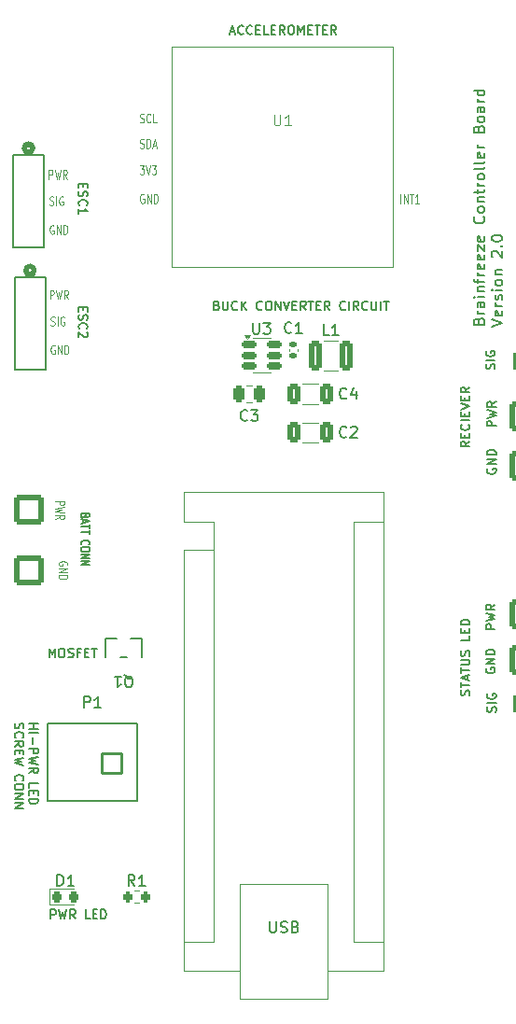
<source format=gto>
%TF.GenerationSoftware,KiCad,Pcbnew,9.0.0*%
%TF.CreationDate,2025-04-21T16:07:22-04:00*%
%TF.ProjectId,brainfreeze,62726169-6e66-4726-9565-7a652e6b6963,rev?*%
%TF.SameCoordinates,Original*%
%TF.FileFunction,Legend,Top*%
%TF.FilePolarity,Positive*%
%FSLAX46Y46*%
G04 Gerber Fmt 4.6, Leading zero omitted, Abs format (unit mm)*
G04 Created by KiCad (PCBNEW 9.0.0) date 2025-04-21 16:07:22*
%MOMM*%
%LPD*%
G01*
G04 APERTURE LIST*
G04 Aperture macros list*
%AMRoundRect*
0 Rectangle with rounded corners*
0 $1 Rounding radius*
0 $2 $3 $4 $5 $6 $7 $8 $9 X,Y pos of 4 corners*
0 Add a 4 corners polygon primitive as box body*
4,1,4,$2,$3,$4,$5,$6,$7,$8,$9,$2,$3,0*
0 Add four circle primitives for the rounded corners*
1,1,$1+$1,$2,$3*
1,1,$1+$1,$4,$5*
1,1,$1+$1,$6,$7*
1,1,$1+$1,$8,$9*
0 Add four rect primitives between the rounded corners*
20,1,$1+$1,$2,$3,$4,$5,0*
20,1,$1+$1,$4,$5,$6,$7,0*
20,1,$1+$1,$6,$7,$8,$9,0*
20,1,$1+$1,$8,$9,$2,$3,0*%
G04 Aperture macros list end*
%ADD10C,0.152400*%
%ADD11C,0.200000*%
%ADD12C,0.120000*%
%ADD13C,0.203200*%
%ADD14C,0.150000*%
%ADD15C,0.100000*%
%ADD16C,0.127000*%
%ADD17C,0.508000*%
%ADD18RoundRect,0.150000X-0.512500X-0.150000X0.512500X-0.150000X0.512500X0.150000X-0.512500X0.150000X0*%
%ADD19RoundRect,0.250000X-0.250000X-0.475000X0.250000X-0.475000X0.250000X0.475000X-0.250000X0.475000X0*%
%ADD20RoundRect,0.250000X-1.125000X-1.125000X1.125000X-1.125000X1.125000X1.125000X-1.125000X1.125000X0*%
%ADD21RoundRect,0.140000X-0.170000X0.140000X-0.170000X-0.140000X0.170000X-0.140000X0.170000X0.140000X0*%
%ADD22R,1.600000X1.600000*%
%ADD23O,1.600000X1.600000*%
%ADD24RoundRect,0.250001X-0.799999X-0.799999X0.799999X-0.799999X0.799999X0.799999X-0.799999X0.799999X0*%
%ADD25RoundRect,0.250000X0.325000X0.650000X-0.325000X0.650000X-0.325000X-0.650000X0.325000X-0.650000X0*%
%ADD26RoundRect,0.102000X0.900000X0.900000X-0.900000X0.900000X-0.900000X-0.900000X0.900000X-0.900000X0*%
%ADD27C,2.004000*%
%ADD28R,0.558800X1.270000*%
%ADD29C,1.524000*%
%ADD30RoundRect,0.218750X-0.218750X-0.256250X0.218750X-0.256250X0.218750X0.256250X-0.218750X0.256250X0*%
%ADD31RoundRect,0.200000X-0.200000X-0.275000X0.200000X-0.275000X0.200000X0.275000X-0.200000X0.275000X0*%
%ADD32RoundRect,0.250000X-0.375000X-1.075000X0.375000X-1.075000X0.375000X1.075000X-0.375000X1.075000X0*%
G04 APERTURE END LIST*
D10*
X194464720Y-91866851D02*
X194580834Y-91905556D01*
X194580834Y-91905556D02*
X194619539Y-91944260D01*
X194619539Y-91944260D02*
X194658243Y-92021670D01*
X194658243Y-92021670D02*
X194658243Y-92137784D01*
X194658243Y-92137784D02*
X194619539Y-92215194D01*
X194619539Y-92215194D02*
X194580834Y-92253899D01*
X194580834Y-92253899D02*
X194503424Y-92292603D01*
X194503424Y-92292603D02*
X194193786Y-92292603D01*
X194193786Y-92292603D02*
X194193786Y-91479803D01*
X194193786Y-91479803D02*
X194464720Y-91479803D01*
X194464720Y-91479803D02*
X194542129Y-91518508D01*
X194542129Y-91518508D02*
X194580834Y-91557213D01*
X194580834Y-91557213D02*
X194619539Y-91634622D01*
X194619539Y-91634622D02*
X194619539Y-91712032D01*
X194619539Y-91712032D02*
X194580834Y-91789441D01*
X194580834Y-91789441D02*
X194542129Y-91828146D01*
X194542129Y-91828146D02*
X194464720Y-91866851D01*
X194464720Y-91866851D02*
X194193786Y-91866851D01*
X195006586Y-91479803D02*
X195006586Y-92137784D01*
X195006586Y-92137784D02*
X195045291Y-92215194D01*
X195045291Y-92215194D02*
X195083996Y-92253899D01*
X195083996Y-92253899D02*
X195161405Y-92292603D01*
X195161405Y-92292603D02*
X195316224Y-92292603D01*
X195316224Y-92292603D02*
X195393634Y-92253899D01*
X195393634Y-92253899D02*
X195432339Y-92215194D01*
X195432339Y-92215194D02*
X195471043Y-92137784D01*
X195471043Y-92137784D02*
X195471043Y-91479803D01*
X196322548Y-92215194D02*
X196283844Y-92253899D01*
X196283844Y-92253899D02*
X196167729Y-92292603D01*
X196167729Y-92292603D02*
X196090320Y-92292603D01*
X196090320Y-92292603D02*
X195974206Y-92253899D01*
X195974206Y-92253899D02*
X195896796Y-92176489D01*
X195896796Y-92176489D02*
X195858091Y-92099079D01*
X195858091Y-92099079D02*
X195819387Y-91944260D01*
X195819387Y-91944260D02*
X195819387Y-91828146D01*
X195819387Y-91828146D02*
X195858091Y-91673327D01*
X195858091Y-91673327D02*
X195896796Y-91595918D01*
X195896796Y-91595918D02*
X195974206Y-91518508D01*
X195974206Y-91518508D02*
X196090320Y-91479803D01*
X196090320Y-91479803D02*
X196167729Y-91479803D01*
X196167729Y-91479803D02*
X196283844Y-91518508D01*
X196283844Y-91518508D02*
X196322548Y-91557213D01*
X196670891Y-92292603D02*
X196670891Y-91479803D01*
X197135348Y-92292603D02*
X196787006Y-91828146D01*
X197135348Y-91479803D02*
X196670891Y-91944260D01*
X198567424Y-92215194D02*
X198528720Y-92253899D01*
X198528720Y-92253899D02*
X198412605Y-92292603D01*
X198412605Y-92292603D02*
X198335196Y-92292603D01*
X198335196Y-92292603D02*
X198219082Y-92253899D01*
X198219082Y-92253899D02*
X198141672Y-92176489D01*
X198141672Y-92176489D02*
X198102967Y-92099079D01*
X198102967Y-92099079D02*
X198064263Y-91944260D01*
X198064263Y-91944260D02*
X198064263Y-91828146D01*
X198064263Y-91828146D02*
X198102967Y-91673327D01*
X198102967Y-91673327D02*
X198141672Y-91595918D01*
X198141672Y-91595918D02*
X198219082Y-91518508D01*
X198219082Y-91518508D02*
X198335196Y-91479803D01*
X198335196Y-91479803D02*
X198412605Y-91479803D01*
X198412605Y-91479803D02*
X198528720Y-91518508D01*
X198528720Y-91518508D02*
X198567424Y-91557213D01*
X199070586Y-91479803D02*
X199225405Y-91479803D01*
X199225405Y-91479803D02*
X199302815Y-91518508D01*
X199302815Y-91518508D02*
X199380224Y-91595918D01*
X199380224Y-91595918D02*
X199418929Y-91750737D01*
X199418929Y-91750737D02*
X199418929Y-92021670D01*
X199418929Y-92021670D02*
X199380224Y-92176489D01*
X199380224Y-92176489D02*
X199302815Y-92253899D01*
X199302815Y-92253899D02*
X199225405Y-92292603D01*
X199225405Y-92292603D02*
X199070586Y-92292603D01*
X199070586Y-92292603D02*
X198993177Y-92253899D01*
X198993177Y-92253899D02*
X198915767Y-92176489D01*
X198915767Y-92176489D02*
X198877063Y-92021670D01*
X198877063Y-92021670D02*
X198877063Y-91750737D01*
X198877063Y-91750737D02*
X198915767Y-91595918D01*
X198915767Y-91595918D02*
X198993177Y-91518508D01*
X198993177Y-91518508D02*
X199070586Y-91479803D01*
X199767272Y-92292603D02*
X199767272Y-91479803D01*
X199767272Y-91479803D02*
X200231729Y-92292603D01*
X200231729Y-92292603D02*
X200231729Y-91479803D01*
X200502663Y-91479803D02*
X200773596Y-92292603D01*
X200773596Y-92292603D02*
X201044530Y-91479803D01*
X201315463Y-91866851D02*
X201586397Y-91866851D01*
X201702511Y-92292603D02*
X201315463Y-92292603D01*
X201315463Y-92292603D02*
X201315463Y-91479803D01*
X201315463Y-91479803D02*
X201702511Y-91479803D01*
X202515310Y-92292603D02*
X202244377Y-91905556D01*
X202050853Y-92292603D02*
X202050853Y-91479803D01*
X202050853Y-91479803D02*
X202360491Y-91479803D01*
X202360491Y-91479803D02*
X202437901Y-91518508D01*
X202437901Y-91518508D02*
X202476606Y-91557213D01*
X202476606Y-91557213D02*
X202515310Y-91634622D01*
X202515310Y-91634622D02*
X202515310Y-91750737D01*
X202515310Y-91750737D02*
X202476606Y-91828146D01*
X202476606Y-91828146D02*
X202437901Y-91866851D01*
X202437901Y-91866851D02*
X202360491Y-91905556D01*
X202360491Y-91905556D02*
X202050853Y-91905556D01*
X202747539Y-91479803D02*
X203211996Y-91479803D01*
X202979768Y-92292603D02*
X202979768Y-91479803D01*
X203482929Y-91866851D02*
X203753863Y-91866851D01*
X203869977Y-92292603D02*
X203482929Y-92292603D01*
X203482929Y-92292603D02*
X203482929Y-91479803D01*
X203482929Y-91479803D02*
X203869977Y-91479803D01*
X204682776Y-92292603D02*
X204411843Y-91905556D01*
X204218319Y-92292603D02*
X204218319Y-91479803D01*
X204218319Y-91479803D02*
X204527957Y-91479803D01*
X204527957Y-91479803D02*
X204605367Y-91518508D01*
X204605367Y-91518508D02*
X204644072Y-91557213D01*
X204644072Y-91557213D02*
X204682776Y-91634622D01*
X204682776Y-91634622D02*
X204682776Y-91750737D01*
X204682776Y-91750737D02*
X204644072Y-91828146D01*
X204644072Y-91828146D02*
X204605367Y-91866851D01*
X204605367Y-91866851D02*
X204527957Y-91905556D01*
X204527957Y-91905556D02*
X204218319Y-91905556D01*
X206114852Y-92215194D02*
X206076148Y-92253899D01*
X206076148Y-92253899D02*
X205960033Y-92292603D01*
X205960033Y-92292603D02*
X205882624Y-92292603D01*
X205882624Y-92292603D02*
X205766510Y-92253899D01*
X205766510Y-92253899D02*
X205689100Y-92176489D01*
X205689100Y-92176489D02*
X205650395Y-92099079D01*
X205650395Y-92099079D02*
X205611691Y-91944260D01*
X205611691Y-91944260D02*
X205611691Y-91828146D01*
X205611691Y-91828146D02*
X205650395Y-91673327D01*
X205650395Y-91673327D02*
X205689100Y-91595918D01*
X205689100Y-91595918D02*
X205766510Y-91518508D01*
X205766510Y-91518508D02*
X205882624Y-91479803D01*
X205882624Y-91479803D02*
X205960033Y-91479803D01*
X205960033Y-91479803D02*
X206076148Y-91518508D01*
X206076148Y-91518508D02*
X206114852Y-91557213D01*
X206463195Y-92292603D02*
X206463195Y-91479803D01*
X207314700Y-92292603D02*
X207043767Y-91905556D01*
X206850243Y-92292603D02*
X206850243Y-91479803D01*
X206850243Y-91479803D02*
X207159881Y-91479803D01*
X207159881Y-91479803D02*
X207237291Y-91518508D01*
X207237291Y-91518508D02*
X207275996Y-91557213D01*
X207275996Y-91557213D02*
X207314700Y-91634622D01*
X207314700Y-91634622D02*
X207314700Y-91750737D01*
X207314700Y-91750737D02*
X207275996Y-91828146D01*
X207275996Y-91828146D02*
X207237291Y-91866851D01*
X207237291Y-91866851D02*
X207159881Y-91905556D01*
X207159881Y-91905556D02*
X206850243Y-91905556D01*
X208127500Y-92215194D02*
X208088796Y-92253899D01*
X208088796Y-92253899D02*
X207972681Y-92292603D01*
X207972681Y-92292603D02*
X207895272Y-92292603D01*
X207895272Y-92292603D02*
X207779158Y-92253899D01*
X207779158Y-92253899D02*
X207701748Y-92176489D01*
X207701748Y-92176489D02*
X207663043Y-92099079D01*
X207663043Y-92099079D02*
X207624339Y-91944260D01*
X207624339Y-91944260D02*
X207624339Y-91828146D01*
X207624339Y-91828146D02*
X207663043Y-91673327D01*
X207663043Y-91673327D02*
X207701748Y-91595918D01*
X207701748Y-91595918D02*
X207779158Y-91518508D01*
X207779158Y-91518508D02*
X207895272Y-91479803D01*
X207895272Y-91479803D02*
X207972681Y-91479803D01*
X207972681Y-91479803D02*
X208088796Y-91518508D01*
X208088796Y-91518508D02*
X208127500Y-91557213D01*
X208475843Y-91479803D02*
X208475843Y-92137784D01*
X208475843Y-92137784D02*
X208514548Y-92215194D01*
X208514548Y-92215194D02*
X208553253Y-92253899D01*
X208553253Y-92253899D02*
X208630662Y-92292603D01*
X208630662Y-92292603D02*
X208785481Y-92292603D01*
X208785481Y-92292603D02*
X208862891Y-92253899D01*
X208862891Y-92253899D02*
X208901596Y-92215194D01*
X208901596Y-92215194D02*
X208940300Y-92137784D01*
X208940300Y-92137784D02*
X208940300Y-91479803D01*
X209327348Y-92292603D02*
X209327348Y-91479803D01*
X209598282Y-91479803D02*
X210062739Y-91479803D01*
X209830511Y-92292603D02*
X209830511Y-91479803D01*
D11*
X218233465Y-93296993D02*
X218281084Y-93154136D01*
X218281084Y-93154136D02*
X218328703Y-93106517D01*
X218328703Y-93106517D02*
X218423941Y-93058898D01*
X218423941Y-93058898D02*
X218566798Y-93058898D01*
X218566798Y-93058898D02*
X218662036Y-93106517D01*
X218662036Y-93106517D02*
X218709656Y-93154136D01*
X218709656Y-93154136D02*
X218757275Y-93249374D01*
X218757275Y-93249374D02*
X218757275Y-93630326D01*
X218757275Y-93630326D02*
X217757275Y-93630326D01*
X217757275Y-93630326D02*
X217757275Y-93296993D01*
X217757275Y-93296993D02*
X217804894Y-93201755D01*
X217804894Y-93201755D02*
X217852513Y-93154136D01*
X217852513Y-93154136D02*
X217947751Y-93106517D01*
X217947751Y-93106517D02*
X218042989Y-93106517D01*
X218042989Y-93106517D02*
X218138227Y-93154136D01*
X218138227Y-93154136D02*
X218185846Y-93201755D01*
X218185846Y-93201755D02*
X218233465Y-93296993D01*
X218233465Y-93296993D02*
X218233465Y-93630326D01*
X218757275Y-92630326D02*
X218090608Y-92630326D01*
X218281084Y-92630326D02*
X218185846Y-92582707D01*
X218185846Y-92582707D02*
X218138227Y-92535088D01*
X218138227Y-92535088D02*
X218090608Y-92439850D01*
X218090608Y-92439850D02*
X218090608Y-92344612D01*
X218757275Y-91582707D02*
X218233465Y-91582707D01*
X218233465Y-91582707D02*
X218138227Y-91630326D01*
X218138227Y-91630326D02*
X218090608Y-91725564D01*
X218090608Y-91725564D02*
X218090608Y-91916040D01*
X218090608Y-91916040D02*
X218138227Y-92011278D01*
X218709656Y-91582707D02*
X218757275Y-91677945D01*
X218757275Y-91677945D02*
X218757275Y-91916040D01*
X218757275Y-91916040D02*
X218709656Y-92011278D01*
X218709656Y-92011278D02*
X218614417Y-92058897D01*
X218614417Y-92058897D02*
X218519179Y-92058897D01*
X218519179Y-92058897D02*
X218423941Y-92011278D01*
X218423941Y-92011278D02*
X218376322Y-91916040D01*
X218376322Y-91916040D02*
X218376322Y-91677945D01*
X218376322Y-91677945D02*
X218328703Y-91582707D01*
X218757275Y-91106516D02*
X218090608Y-91106516D01*
X217757275Y-91106516D02*
X217804894Y-91154135D01*
X217804894Y-91154135D02*
X217852513Y-91106516D01*
X217852513Y-91106516D02*
X217804894Y-91058897D01*
X217804894Y-91058897D02*
X217757275Y-91106516D01*
X217757275Y-91106516D02*
X217852513Y-91106516D01*
X218090608Y-90630326D02*
X218757275Y-90630326D01*
X218185846Y-90630326D02*
X218138227Y-90582707D01*
X218138227Y-90582707D02*
X218090608Y-90487469D01*
X218090608Y-90487469D02*
X218090608Y-90344612D01*
X218090608Y-90344612D02*
X218138227Y-90249374D01*
X218138227Y-90249374D02*
X218233465Y-90201755D01*
X218233465Y-90201755D02*
X218757275Y-90201755D01*
X218090608Y-89868421D02*
X218090608Y-89487469D01*
X218757275Y-89725564D02*
X217900132Y-89725564D01*
X217900132Y-89725564D02*
X217804894Y-89677945D01*
X217804894Y-89677945D02*
X217757275Y-89582707D01*
X217757275Y-89582707D02*
X217757275Y-89487469D01*
X218757275Y-89154135D02*
X218090608Y-89154135D01*
X218281084Y-89154135D02*
X218185846Y-89106516D01*
X218185846Y-89106516D02*
X218138227Y-89058897D01*
X218138227Y-89058897D02*
X218090608Y-88963659D01*
X218090608Y-88963659D02*
X218090608Y-88868421D01*
X218709656Y-88154135D02*
X218757275Y-88249373D01*
X218757275Y-88249373D02*
X218757275Y-88439849D01*
X218757275Y-88439849D02*
X218709656Y-88535087D01*
X218709656Y-88535087D02*
X218614417Y-88582706D01*
X218614417Y-88582706D02*
X218233465Y-88582706D01*
X218233465Y-88582706D02*
X218138227Y-88535087D01*
X218138227Y-88535087D02*
X218090608Y-88439849D01*
X218090608Y-88439849D02*
X218090608Y-88249373D01*
X218090608Y-88249373D02*
X218138227Y-88154135D01*
X218138227Y-88154135D02*
X218233465Y-88106516D01*
X218233465Y-88106516D02*
X218328703Y-88106516D01*
X218328703Y-88106516D02*
X218423941Y-88582706D01*
X218709656Y-87296992D02*
X218757275Y-87392230D01*
X218757275Y-87392230D02*
X218757275Y-87582706D01*
X218757275Y-87582706D02*
X218709656Y-87677944D01*
X218709656Y-87677944D02*
X218614417Y-87725563D01*
X218614417Y-87725563D02*
X218233465Y-87725563D01*
X218233465Y-87725563D02*
X218138227Y-87677944D01*
X218138227Y-87677944D02*
X218090608Y-87582706D01*
X218090608Y-87582706D02*
X218090608Y-87392230D01*
X218090608Y-87392230D02*
X218138227Y-87296992D01*
X218138227Y-87296992D02*
X218233465Y-87249373D01*
X218233465Y-87249373D02*
X218328703Y-87249373D01*
X218328703Y-87249373D02*
X218423941Y-87725563D01*
X218090608Y-86916039D02*
X218090608Y-86392230D01*
X218090608Y-86392230D02*
X218757275Y-86916039D01*
X218757275Y-86916039D02*
X218757275Y-86392230D01*
X218709656Y-85630325D02*
X218757275Y-85725563D01*
X218757275Y-85725563D02*
X218757275Y-85916039D01*
X218757275Y-85916039D02*
X218709656Y-86011277D01*
X218709656Y-86011277D02*
X218614417Y-86058896D01*
X218614417Y-86058896D02*
X218233465Y-86058896D01*
X218233465Y-86058896D02*
X218138227Y-86011277D01*
X218138227Y-86011277D02*
X218090608Y-85916039D01*
X218090608Y-85916039D02*
X218090608Y-85725563D01*
X218090608Y-85725563D02*
X218138227Y-85630325D01*
X218138227Y-85630325D02*
X218233465Y-85582706D01*
X218233465Y-85582706D02*
X218328703Y-85582706D01*
X218328703Y-85582706D02*
X218423941Y-86058896D01*
X218662036Y-83820801D02*
X218709656Y-83868420D01*
X218709656Y-83868420D02*
X218757275Y-84011277D01*
X218757275Y-84011277D02*
X218757275Y-84106515D01*
X218757275Y-84106515D02*
X218709656Y-84249372D01*
X218709656Y-84249372D02*
X218614417Y-84344610D01*
X218614417Y-84344610D02*
X218519179Y-84392229D01*
X218519179Y-84392229D02*
X218328703Y-84439848D01*
X218328703Y-84439848D02*
X218185846Y-84439848D01*
X218185846Y-84439848D02*
X217995370Y-84392229D01*
X217995370Y-84392229D02*
X217900132Y-84344610D01*
X217900132Y-84344610D02*
X217804894Y-84249372D01*
X217804894Y-84249372D02*
X217757275Y-84106515D01*
X217757275Y-84106515D02*
X217757275Y-84011277D01*
X217757275Y-84011277D02*
X217804894Y-83868420D01*
X217804894Y-83868420D02*
X217852513Y-83820801D01*
X218757275Y-83249372D02*
X218709656Y-83344610D01*
X218709656Y-83344610D02*
X218662036Y-83392229D01*
X218662036Y-83392229D02*
X218566798Y-83439848D01*
X218566798Y-83439848D02*
X218281084Y-83439848D01*
X218281084Y-83439848D02*
X218185846Y-83392229D01*
X218185846Y-83392229D02*
X218138227Y-83344610D01*
X218138227Y-83344610D02*
X218090608Y-83249372D01*
X218090608Y-83249372D02*
X218090608Y-83106515D01*
X218090608Y-83106515D02*
X218138227Y-83011277D01*
X218138227Y-83011277D02*
X218185846Y-82963658D01*
X218185846Y-82963658D02*
X218281084Y-82916039D01*
X218281084Y-82916039D02*
X218566798Y-82916039D01*
X218566798Y-82916039D02*
X218662036Y-82963658D01*
X218662036Y-82963658D02*
X218709656Y-83011277D01*
X218709656Y-83011277D02*
X218757275Y-83106515D01*
X218757275Y-83106515D02*
X218757275Y-83249372D01*
X218090608Y-82487467D02*
X218757275Y-82487467D01*
X218185846Y-82487467D02*
X218138227Y-82439848D01*
X218138227Y-82439848D02*
X218090608Y-82344610D01*
X218090608Y-82344610D02*
X218090608Y-82201753D01*
X218090608Y-82201753D02*
X218138227Y-82106515D01*
X218138227Y-82106515D02*
X218233465Y-82058896D01*
X218233465Y-82058896D02*
X218757275Y-82058896D01*
X218090608Y-81725562D02*
X218090608Y-81344610D01*
X217757275Y-81582705D02*
X218614417Y-81582705D01*
X218614417Y-81582705D02*
X218709656Y-81535086D01*
X218709656Y-81535086D02*
X218757275Y-81439848D01*
X218757275Y-81439848D02*
X218757275Y-81344610D01*
X218757275Y-81011276D02*
X218090608Y-81011276D01*
X218281084Y-81011276D02*
X218185846Y-80963657D01*
X218185846Y-80963657D02*
X218138227Y-80916038D01*
X218138227Y-80916038D02*
X218090608Y-80820800D01*
X218090608Y-80820800D02*
X218090608Y-80725562D01*
X218757275Y-80249371D02*
X218709656Y-80344609D01*
X218709656Y-80344609D02*
X218662036Y-80392228D01*
X218662036Y-80392228D02*
X218566798Y-80439847D01*
X218566798Y-80439847D02*
X218281084Y-80439847D01*
X218281084Y-80439847D02*
X218185846Y-80392228D01*
X218185846Y-80392228D02*
X218138227Y-80344609D01*
X218138227Y-80344609D02*
X218090608Y-80249371D01*
X218090608Y-80249371D02*
X218090608Y-80106514D01*
X218090608Y-80106514D02*
X218138227Y-80011276D01*
X218138227Y-80011276D02*
X218185846Y-79963657D01*
X218185846Y-79963657D02*
X218281084Y-79916038D01*
X218281084Y-79916038D02*
X218566798Y-79916038D01*
X218566798Y-79916038D02*
X218662036Y-79963657D01*
X218662036Y-79963657D02*
X218709656Y-80011276D01*
X218709656Y-80011276D02*
X218757275Y-80106514D01*
X218757275Y-80106514D02*
X218757275Y-80249371D01*
X218757275Y-79344609D02*
X218709656Y-79439847D01*
X218709656Y-79439847D02*
X218614417Y-79487466D01*
X218614417Y-79487466D02*
X217757275Y-79487466D01*
X218757275Y-78820799D02*
X218709656Y-78916037D01*
X218709656Y-78916037D02*
X218614417Y-78963656D01*
X218614417Y-78963656D02*
X217757275Y-78963656D01*
X218709656Y-78058894D02*
X218757275Y-78154132D01*
X218757275Y-78154132D02*
X218757275Y-78344608D01*
X218757275Y-78344608D02*
X218709656Y-78439846D01*
X218709656Y-78439846D02*
X218614417Y-78487465D01*
X218614417Y-78487465D02*
X218233465Y-78487465D01*
X218233465Y-78487465D02*
X218138227Y-78439846D01*
X218138227Y-78439846D02*
X218090608Y-78344608D01*
X218090608Y-78344608D02*
X218090608Y-78154132D01*
X218090608Y-78154132D02*
X218138227Y-78058894D01*
X218138227Y-78058894D02*
X218233465Y-78011275D01*
X218233465Y-78011275D02*
X218328703Y-78011275D01*
X218328703Y-78011275D02*
X218423941Y-78487465D01*
X218757275Y-77582703D02*
X218090608Y-77582703D01*
X218281084Y-77582703D02*
X218185846Y-77535084D01*
X218185846Y-77535084D02*
X218138227Y-77487465D01*
X218138227Y-77487465D02*
X218090608Y-77392227D01*
X218090608Y-77392227D02*
X218090608Y-77296989D01*
X218233465Y-75868417D02*
X218281084Y-75725560D01*
X218281084Y-75725560D02*
X218328703Y-75677941D01*
X218328703Y-75677941D02*
X218423941Y-75630322D01*
X218423941Y-75630322D02*
X218566798Y-75630322D01*
X218566798Y-75630322D02*
X218662036Y-75677941D01*
X218662036Y-75677941D02*
X218709656Y-75725560D01*
X218709656Y-75725560D02*
X218757275Y-75820798D01*
X218757275Y-75820798D02*
X218757275Y-76201750D01*
X218757275Y-76201750D02*
X217757275Y-76201750D01*
X217757275Y-76201750D02*
X217757275Y-75868417D01*
X217757275Y-75868417D02*
X217804894Y-75773179D01*
X217804894Y-75773179D02*
X217852513Y-75725560D01*
X217852513Y-75725560D02*
X217947751Y-75677941D01*
X217947751Y-75677941D02*
X218042989Y-75677941D01*
X218042989Y-75677941D02*
X218138227Y-75725560D01*
X218138227Y-75725560D02*
X218185846Y-75773179D01*
X218185846Y-75773179D02*
X218233465Y-75868417D01*
X218233465Y-75868417D02*
X218233465Y-76201750D01*
X218757275Y-75058893D02*
X218709656Y-75154131D01*
X218709656Y-75154131D02*
X218662036Y-75201750D01*
X218662036Y-75201750D02*
X218566798Y-75249369D01*
X218566798Y-75249369D02*
X218281084Y-75249369D01*
X218281084Y-75249369D02*
X218185846Y-75201750D01*
X218185846Y-75201750D02*
X218138227Y-75154131D01*
X218138227Y-75154131D02*
X218090608Y-75058893D01*
X218090608Y-75058893D02*
X218090608Y-74916036D01*
X218090608Y-74916036D02*
X218138227Y-74820798D01*
X218138227Y-74820798D02*
X218185846Y-74773179D01*
X218185846Y-74773179D02*
X218281084Y-74725560D01*
X218281084Y-74725560D02*
X218566798Y-74725560D01*
X218566798Y-74725560D02*
X218662036Y-74773179D01*
X218662036Y-74773179D02*
X218709656Y-74820798D01*
X218709656Y-74820798D02*
X218757275Y-74916036D01*
X218757275Y-74916036D02*
X218757275Y-75058893D01*
X218757275Y-73868417D02*
X218233465Y-73868417D01*
X218233465Y-73868417D02*
X218138227Y-73916036D01*
X218138227Y-73916036D02*
X218090608Y-74011274D01*
X218090608Y-74011274D02*
X218090608Y-74201750D01*
X218090608Y-74201750D02*
X218138227Y-74296988D01*
X218709656Y-73868417D02*
X218757275Y-73963655D01*
X218757275Y-73963655D02*
X218757275Y-74201750D01*
X218757275Y-74201750D02*
X218709656Y-74296988D01*
X218709656Y-74296988D02*
X218614417Y-74344607D01*
X218614417Y-74344607D02*
X218519179Y-74344607D01*
X218519179Y-74344607D02*
X218423941Y-74296988D01*
X218423941Y-74296988D02*
X218376322Y-74201750D01*
X218376322Y-74201750D02*
X218376322Y-73963655D01*
X218376322Y-73963655D02*
X218328703Y-73868417D01*
X218757275Y-73392226D02*
X218090608Y-73392226D01*
X218281084Y-73392226D02*
X218185846Y-73344607D01*
X218185846Y-73344607D02*
X218138227Y-73296988D01*
X218138227Y-73296988D02*
X218090608Y-73201750D01*
X218090608Y-73201750D02*
X218090608Y-73106512D01*
X218757275Y-72344607D02*
X217757275Y-72344607D01*
X218709656Y-72344607D02*
X218757275Y-72439845D01*
X218757275Y-72439845D02*
X218757275Y-72630321D01*
X218757275Y-72630321D02*
X218709656Y-72725559D01*
X218709656Y-72725559D02*
X218662036Y-72773178D01*
X218662036Y-72773178D02*
X218566798Y-72820797D01*
X218566798Y-72820797D02*
X218281084Y-72820797D01*
X218281084Y-72820797D02*
X218185846Y-72773178D01*
X218185846Y-72773178D02*
X218138227Y-72725559D01*
X218138227Y-72725559D02*
X218090608Y-72630321D01*
X218090608Y-72630321D02*
X218090608Y-72439845D01*
X218090608Y-72439845D02*
X218138227Y-72344607D01*
X219367219Y-93773183D02*
X220367219Y-93439850D01*
X220367219Y-93439850D02*
X219367219Y-93106517D01*
X220319600Y-92392231D02*
X220367219Y-92487469D01*
X220367219Y-92487469D02*
X220367219Y-92677945D01*
X220367219Y-92677945D02*
X220319600Y-92773183D01*
X220319600Y-92773183D02*
X220224361Y-92820802D01*
X220224361Y-92820802D02*
X219843409Y-92820802D01*
X219843409Y-92820802D02*
X219748171Y-92773183D01*
X219748171Y-92773183D02*
X219700552Y-92677945D01*
X219700552Y-92677945D02*
X219700552Y-92487469D01*
X219700552Y-92487469D02*
X219748171Y-92392231D01*
X219748171Y-92392231D02*
X219843409Y-92344612D01*
X219843409Y-92344612D02*
X219938647Y-92344612D01*
X219938647Y-92344612D02*
X220033885Y-92820802D01*
X220367219Y-91916040D02*
X219700552Y-91916040D01*
X219891028Y-91916040D02*
X219795790Y-91868421D01*
X219795790Y-91868421D02*
X219748171Y-91820802D01*
X219748171Y-91820802D02*
X219700552Y-91725564D01*
X219700552Y-91725564D02*
X219700552Y-91630326D01*
X220319600Y-91344611D02*
X220367219Y-91249373D01*
X220367219Y-91249373D02*
X220367219Y-91058897D01*
X220367219Y-91058897D02*
X220319600Y-90963659D01*
X220319600Y-90963659D02*
X220224361Y-90916040D01*
X220224361Y-90916040D02*
X220176742Y-90916040D01*
X220176742Y-90916040D02*
X220081504Y-90963659D01*
X220081504Y-90963659D02*
X220033885Y-91058897D01*
X220033885Y-91058897D02*
X220033885Y-91201754D01*
X220033885Y-91201754D02*
X219986266Y-91296992D01*
X219986266Y-91296992D02*
X219891028Y-91344611D01*
X219891028Y-91344611D02*
X219843409Y-91344611D01*
X219843409Y-91344611D02*
X219748171Y-91296992D01*
X219748171Y-91296992D02*
X219700552Y-91201754D01*
X219700552Y-91201754D02*
X219700552Y-91058897D01*
X219700552Y-91058897D02*
X219748171Y-90963659D01*
X220367219Y-90487468D02*
X219700552Y-90487468D01*
X219367219Y-90487468D02*
X219414838Y-90535087D01*
X219414838Y-90535087D02*
X219462457Y-90487468D01*
X219462457Y-90487468D02*
X219414838Y-90439849D01*
X219414838Y-90439849D02*
X219367219Y-90487468D01*
X219367219Y-90487468D02*
X219462457Y-90487468D01*
X220367219Y-89868421D02*
X220319600Y-89963659D01*
X220319600Y-89963659D02*
X220271980Y-90011278D01*
X220271980Y-90011278D02*
X220176742Y-90058897D01*
X220176742Y-90058897D02*
X219891028Y-90058897D01*
X219891028Y-90058897D02*
X219795790Y-90011278D01*
X219795790Y-90011278D02*
X219748171Y-89963659D01*
X219748171Y-89963659D02*
X219700552Y-89868421D01*
X219700552Y-89868421D02*
X219700552Y-89725564D01*
X219700552Y-89725564D02*
X219748171Y-89630326D01*
X219748171Y-89630326D02*
X219795790Y-89582707D01*
X219795790Y-89582707D02*
X219891028Y-89535088D01*
X219891028Y-89535088D02*
X220176742Y-89535088D01*
X220176742Y-89535088D02*
X220271980Y-89582707D01*
X220271980Y-89582707D02*
X220319600Y-89630326D01*
X220319600Y-89630326D02*
X220367219Y-89725564D01*
X220367219Y-89725564D02*
X220367219Y-89868421D01*
X219700552Y-89106516D02*
X220367219Y-89106516D01*
X219795790Y-89106516D02*
X219748171Y-89058897D01*
X219748171Y-89058897D02*
X219700552Y-88963659D01*
X219700552Y-88963659D02*
X219700552Y-88820802D01*
X219700552Y-88820802D02*
X219748171Y-88725564D01*
X219748171Y-88725564D02*
X219843409Y-88677945D01*
X219843409Y-88677945D02*
X220367219Y-88677945D01*
X219462457Y-87487468D02*
X219414838Y-87439849D01*
X219414838Y-87439849D02*
X219367219Y-87344611D01*
X219367219Y-87344611D02*
X219367219Y-87106516D01*
X219367219Y-87106516D02*
X219414838Y-87011278D01*
X219414838Y-87011278D02*
X219462457Y-86963659D01*
X219462457Y-86963659D02*
X219557695Y-86916040D01*
X219557695Y-86916040D02*
X219652933Y-86916040D01*
X219652933Y-86916040D02*
X219795790Y-86963659D01*
X219795790Y-86963659D02*
X220367219Y-87535087D01*
X220367219Y-87535087D02*
X220367219Y-86916040D01*
X220271980Y-86487468D02*
X220319600Y-86439849D01*
X220319600Y-86439849D02*
X220367219Y-86487468D01*
X220367219Y-86487468D02*
X220319600Y-86535087D01*
X220319600Y-86535087D02*
X220271980Y-86487468D01*
X220271980Y-86487468D02*
X220367219Y-86487468D01*
X219367219Y-85820802D02*
X219367219Y-85725564D01*
X219367219Y-85725564D02*
X219414838Y-85630326D01*
X219414838Y-85630326D02*
X219462457Y-85582707D01*
X219462457Y-85582707D02*
X219557695Y-85535088D01*
X219557695Y-85535088D02*
X219748171Y-85487469D01*
X219748171Y-85487469D02*
X219986266Y-85487469D01*
X219986266Y-85487469D02*
X220176742Y-85535088D01*
X220176742Y-85535088D02*
X220271980Y-85582707D01*
X220271980Y-85582707D02*
X220319600Y-85630326D01*
X220319600Y-85630326D02*
X220367219Y-85725564D01*
X220367219Y-85725564D02*
X220367219Y-85820802D01*
X220367219Y-85820802D02*
X220319600Y-85916040D01*
X220319600Y-85916040D02*
X220271980Y-85963659D01*
X220271980Y-85963659D02*
X220176742Y-86011278D01*
X220176742Y-86011278D02*
X219986266Y-86058897D01*
X219986266Y-86058897D02*
X219748171Y-86058897D01*
X219748171Y-86058897D02*
X219557695Y-86011278D01*
X219557695Y-86011278D02*
X219462457Y-85963659D01*
X219462457Y-85963659D02*
X219414838Y-85916040D01*
X219414838Y-85916040D02*
X219367219Y-85820802D01*
D10*
X219018508Y-106680460D02*
X218979803Y-106757870D01*
X218979803Y-106757870D02*
X218979803Y-106873984D01*
X218979803Y-106873984D02*
X219018508Y-106990098D01*
X219018508Y-106990098D02*
X219095918Y-107067508D01*
X219095918Y-107067508D02*
X219173327Y-107106213D01*
X219173327Y-107106213D02*
X219328146Y-107144917D01*
X219328146Y-107144917D02*
X219444260Y-107144917D01*
X219444260Y-107144917D02*
X219599079Y-107106213D01*
X219599079Y-107106213D02*
X219676489Y-107067508D01*
X219676489Y-107067508D02*
X219753899Y-106990098D01*
X219753899Y-106990098D02*
X219792603Y-106873984D01*
X219792603Y-106873984D02*
X219792603Y-106796575D01*
X219792603Y-106796575D02*
X219753899Y-106680460D01*
X219753899Y-106680460D02*
X219715194Y-106641756D01*
X219715194Y-106641756D02*
X219444260Y-106641756D01*
X219444260Y-106641756D02*
X219444260Y-106796575D01*
X219792603Y-106293413D02*
X218979803Y-106293413D01*
X218979803Y-106293413D02*
X219792603Y-105828956D01*
X219792603Y-105828956D02*
X218979803Y-105828956D01*
X219792603Y-105441908D02*
X218979803Y-105441908D01*
X218979803Y-105441908D02*
X218979803Y-105248384D01*
X218979803Y-105248384D02*
X219018508Y-105132270D01*
X219018508Y-105132270D02*
X219095918Y-105054860D01*
X219095918Y-105054860D02*
X219173327Y-105016155D01*
X219173327Y-105016155D02*
X219328146Y-104977451D01*
X219328146Y-104977451D02*
X219444260Y-104977451D01*
X219444260Y-104977451D02*
X219599079Y-105016155D01*
X219599079Y-105016155D02*
X219676489Y-105054860D01*
X219676489Y-105054860D02*
X219753899Y-105132270D01*
X219753899Y-105132270D02*
X219792603Y-105248384D01*
X219792603Y-105248384D02*
X219792603Y-105441908D01*
X219653899Y-97644917D02*
X219692603Y-97528803D01*
X219692603Y-97528803D02*
X219692603Y-97335279D01*
X219692603Y-97335279D02*
X219653899Y-97257870D01*
X219653899Y-97257870D02*
X219615194Y-97219165D01*
X219615194Y-97219165D02*
X219537784Y-97180460D01*
X219537784Y-97180460D02*
X219460375Y-97180460D01*
X219460375Y-97180460D02*
X219382965Y-97219165D01*
X219382965Y-97219165D02*
X219344260Y-97257870D01*
X219344260Y-97257870D02*
X219305556Y-97335279D01*
X219305556Y-97335279D02*
X219266851Y-97490098D01*
X219266851Y-97490098D02*
X219228146Y-97567508D01*
X219228146Y-97567508D02*
X219189441Y-97606213D01*
X219189441Y-97606213D02*
X219112032Y-97644917D01*
X219112032Y-97644917D02*
X219034622Y-97644917D01*
X219034622Y-97644917D02*
X218957213Y-97606213D01*
X218957213Y-97606213D02*
X218918508Y-97567508D01*
X218918508Y-97567508D02*
X218879803Y-97490098D01*
X218879803Y-97490098D02*
X218879803Y-97296575D01*
X218879803Y-97296575D02*
X218918508Y-97180460D01*
X219692603Y-96832118D02*
X218879803Y-96832118D01*
X218918508Y-96019317D02*
X218879803Y-96096727D01*
X218879803Y-96096727D02*
X218879803Y-96212841D01*
X218879803Y-96212841D02*
X218918508Y-96328955D01*
X218918508Y-96328955D02*
X218995918Y-96406365D01*
X218995918Y-96406365D02*
X219073327Y-96445070D01*
X219073327Y-96445070D02*
X219228146Y-96483774D01*
X219228146Y-96483774D02*
X219344260Y-96483774D01*
X219344260Y-96483774D02*
X219499079Y-96445070D01*
X219499079Y-96445070D02*
X219576489Y-96406365D01*
X219576489Y-96406365D02*
X219653899Y-96328955D01*
X219653899Y-96328955D02*
X219692603Y-96212841D01*
X219692603Y-96212841D02*
X219692603Y-96135432D01*
X219692603Y-96135432D02*
X219653899Y-96019317D01*
X219653899Y-96019317D02*
X219615194Y-95980613D01*
X219615194Y-95980613D02*
X219344260Y-95980613D01*
X219344260Y-95980613D02*
X219344260Y-96135432D01*
X195655082Y-67060375D02*
X196042129Y-67060375D01*
X195577672Y-67292603D02*
X195848605Y-66479803D01*
X195848605Y-66479803D02*
X196119539Y-67292603D01*
X196854929Y-67215194D02*
X196816225Y-67253899D01*
X196816225Y-67253899D02*
X196700110Y-67292603D01*
X196700110Y-67292603D02*
X196622701Y-67292603D01*
X196622701Y-67292603D02*
X196506587Y-67253899D01*
X196506587Y-67253899D02*
X196429177Y-67176489D01*
X196429177Y-67176489D02*
X196390472Y-67099079D01*
X196390472Y-67099079D02*
X196351768Y-66944260D01*
X196351768Y-66944260D02*
X196351768Y-66828146D01*
X196351768Y-66828146D02*
X196390472Y-66673327D01*
X196390472Y-66673327D02*
X196429177Y-66595918D01*
X196429177Y-66595918D02*
X196506587Y-66518508D01*
X196506587Y-66518508D02*
X196622701Y-66479803D01*
X196622701Y-66479803D02*
X196700110Y-66479803D01*
X196700110Y-66479803D02*
X196816225Y-66518508D01*
X196816225Y-66518508D02*
X196854929Y-66557213D01*
X197667729Y-67215194D02*
X197629025Y-67253899D01*
X197629025Y-67253899D02*
X197512910Y-67292603D01*
X197512910Y-67292603D02*
X197435501Y-67292603D01*
X197435501Y-67292603D02*
X197319387Y-67253899D01*
X197319387Y-67253899D02*
X197241977Y-67176489D01*
X197241977Y-67176489D02*
X197203272Y-67099079D01*
X197203272Y-67099079D02*
X197164568Y-66944260D01*
X197164568Y-66944260D02*
X197164568Y-66828146D01*
X197164568Y-66828146D02*
X197203272Y-66673327D01*
X197203272Y-66673327D02*
X197241977Y-66595918D01*
X197241977Y-66595918D02*
X197319387Y-66518508D01*
X197319387Y-66518508D02*
X197435501Y-66479803D01*
X197435501Y-66479803D02*
X197512910Y-66479803D01*
X197512910Y-66479803D02*
X197629025Y-66518508D01*
X197629025Y-66518508D02*
X197667729Y-66557213D01*
X198016072Y-66866851D02*
X198287006Y-66866851D01*
X198403120Y-67292603D02*
X198016072Y-67292603D01*
X198016072Y-67292603D02*
X198016072Y-66479803D01*
X198016072Y-66479803D02*
X198403120Y-66479803D01*
X199138510Y-67292603D02*
X198751462Y-67292603D01*
X198751462Y-67292603D02*
X198751462Y-66479803D01*
X199409443Y-66866851D02*
X199680377Y-66866851D01*
X199796491Y-67292603D02*
X199409443Y-67292603D01*
X199409443Y-67292603D02*
X199409443Y-66479803D01*
X199409443Y-66479803D02*
X199796491Y-66479803D01*
X200609290Y-67292603D02*
X200338357Y-66905556D01*
X200144833Y-67292603D02*
X200144833Y-66479803D01*
X200144833Y-66479803D02*
X200454471Y-66479803D01*
X200454471Y-66479803D02*
X200531881Y-66518508D01*
X200531881Y-66518508D02*
X200570586Y-66557213D01*
X200570586Y-66557213D02*
X200609290Y-66634622D01*
X200609290Y-66634622D02*
X200609290Y-66750737D01*
X200609290Y-66750737D02*
X200570586Y-66828146D01*
X200570586Y-66828146D02*
X200531881Y-66866851D01*
X200531881Y-66866851D02*
X200454471Y-66905556D01*
X200454471Y-66905556D02*
X200144833Y-66905556D01*
X201112452Y-66479803D02*
X201267271Y-66479803D01*
X201267271Y-66479803D02*
X201344681Y-66518508D01*
X201344681Y-66518508D02*
X201422090Y-66595918D01*
X201422090Y-66595918D02*
X201460795Y-66750737D01*
X201460795Y-66750737D02*
X201460795Y-67021670D01*
X201460795Y-67021670D02*
X201422090Y-67176489D01*
X201422090Y-67176489D02*
X201344681Y-67253899D01*
X201344681Y-67253899D02*
X201267271Y-67292603D01*
X201267271Y-67292603D02*
X201112452Y-67292603D01*
X201112452Y-67292603D02*
X201035043Y-67253899D01*
X201035043Y-67253899D02*
X200957633Y-67176489D01*
X200957633Y-67176489D02*
X200918929Y-67021670D01*
X200918929Y-67021670D02*
X200918929Y-66750737D01*
X200918929Y-66750737D02*
X200957633Y-66595918D01*
X200957633Y-66595918D02*
X201035043Y-66518508D01*
X201035043Y-66518508D02*
X201112452Y-66479803D01*
X201809138Y-67292603D02*
X201809138Y-66479803D01*
X201809138Y-66479803D02*
X202080072Y-67060375D01*
X202080072Y-67060375D02*
X202351005Y-66479803D01*
X202351005Y-66479803D02*
X202351005Y-67292603D01*
X202738052Y-66866851D02*
X203008986Y-66866851D01*
X203125100Y-67292603D02*
X202738052Y-67292603D01*
X202738052Y-67292603D02*
X202738052Y-66479803D01*
X202738052Y-66479803D02*
X203125100Y-66479803D01*
X203357328Y-66479803D02*
X203821785Y-66479803D01*
X203589557Y-67292603D02*
X203589557Y-66479803D01*
X204092718Y-66866851D02*
X204363652Y-66866851D01*
X204479766Y-67292603D02*
X204092718Y-67292603D01*
X204092718Y-67292603D02*
X204092718Y-66479803D01*
X204092718Y-66479803D02*
X204479766Y-66479803D01*
X205292565Y-67292603D02*
X205021632Y-66905556D01*
X204828108Y-67292603D02*
X204828108Y-66479803D01*
X204828108Y-66479803D02*
X205137746Y-66479803D01*
X205137746Y-66479803D02*
X205215156Y-66518508D01*
X205215156Y-66518508D02*
X205253861Y-66557213D01*
X205253861Y-66557213D02*
X205292565Y-66634622D01*
X205292565Y-66634622D02*
X205292565Y-66750737D01*
X205292565Y-66750737D02*
X205253861Y-66828146D01*
X205253861Y-66828146D02*
X205215156Y-66866851D01*
X205215156Y-66866851D02*
X205137746Y-66905556D01*
X205137746Y-66905556D02*
X204828108Y-66905556D01*
D12*
X179221804Y-80394288D02*
X179221804Y-79581488D01*
X179221804Y-79581488D02*
X179450375Y-79581488D01*
X179450375Y-79581488D02*
X179507518Y-79620193D01*
X179507518Y-79620193D02*
X179536089Y-79658898D01*
X179536089Y-79658898D02*
X179564661Y-79736307D01*
X179564661Y-79736307D02*
X179564661Y-79852422D01*
X179564661Y-79852422D02*
X179536089Y-79929831D01*
X179536089Y-79929831D02*
X179507518Y-79968536D01*
X179507518Y-79968536D02*
X179450375Y-80007241D01*
X179450375Y-80007241D02*
X179221804Y-80007241D01*
X179764661Y-79581488D02*
X179907518Y-80394288D01*
X179907518Y-80394288D02*
X180021804Y-79813717D01*
X180021804Y-79813717D02*
X180136089Y-80394288D01*
X180136089Y-80394288D02*
X180278947Y-79581488D01*
X180850375Y-80394288D02*
X180650375Y-80007241D01*
X180507518Y-80394288D02*
X180507518Y-79581488D01*
X180507518Y-79581488D02*
X180736089Y-79581488D01*
X180736089Y-79581488D02*
X180793232Y-79620193D01*
X180793232Y-79620193D02*
X180821803Y-79658898D01*
X180821803Y-79658898D02*
X180850375Y-79736307D01*
X180850375Y-79736307D02*
X180850375Y-79852422D01*
X180850375Y-79852422D02*
X180821803Y-79929831D01*
X180821803Y-79929831D02*
X180793232Y-79968536D01*
X180793232Y-79968536D02*
X180736089Y-80007241D01*
X180736089Y-80007241D02*
X180507518Y-80007241D01*
D10*
X219692603Y-121206213D02*
X218879803Y-121206213D01*
X218879803Y-121206213D02*
X218879803Y-120896575D01*
X218879803Y-120896575D02*
X218918508Y-120819165D01*
X218918508Y-120819165D02*
X218957213Y-120780460D01*
X218957213Y-120780460D02*
X219034622Y-120741756D01*
X219034622Y-120741756D02*
X219150737Y-120741756D01*
X219150737Y-120741756D02*
X219228146Y-120780460D01*
X219228146Y-120780460D02*
X219266851Y-120819165D01*
X219266851Y-120819165D02*
X219305556Y-120896575D01*
X219305556Y-120896575D02*
X219305556Y-121206213D01*
X218879803Y-120470822D02*
X219692603Y-120277298D01*
X219692603Y-120277298D02*
X219112032Y-120122479D01*
X219112032Y-120122479D02*
X219692603Y-119967660D01*
X219692603Y-119967660D02*
X218879803Y-119774137D01*
X219692603Y-119000042D02*
X219305556Y-119270975D01*
X219692603Y-119464499D02*
X218879803Y-119464499D01*
X218879803Y-119464499D02*
X218879803Y-119154861D01*
X218879803Y-119154861D02*
X218918508Y-119077451D01*
X218918508Y-119077451D02*
X218957213Y-119038746D01*
X218957213Y-119038746D02*
X219034622Y-119000042D01*
X219034622Y-119000042D02*
X219150737Y-119000042D01*
X219150737Y-119000042D02*
X219228146Y-119038746D01*
X219228146Y-119038746D02*
X219266851Y-119077451D01*
X219266851Y-119077451D02*
X219305556Y-119154861D01*
X219305556Y-119154861D02*
X219305556Y-119464499D01*
D12*
X179805711Y-109621804D02*
X180618511Y-109621804D01*
X180618511Y-109621804D02*
X180618511Y-109850375D01*
X180618511Y-109850375D02*
X180579806Y-109907518D01*
X180579806Y-109907518D02*
X180541101Y-109936089D01*
X180541101Y-109936089D02*
X180463692Y-109964661D01*
X180463692Y-109964661D02*
X180347577Y-109964661D01*
X180347577Y-109964661D02*
X180270168Y-109936089D01*
X180270168Y-109936089D02*
X180231463Y-109907518D01*
X180231463Y-109907518D02*
X180192758Y-109850375D01*
X180192758Y-109850375D02*
X180192758Y-109621804D01*
X180618511Y-110164661D02*
X179805711Y-110307518D01*
X179805711Y-110307518D02*
X180386282Y-110421804D01*
X180386282Y-110421804D02*
X179805711Y-110536089D01*
X179805711Y-110536089D02*
X180618511Y-110678947D01*
X179805711Y-111250375D02*
X180192758Y-111050375D01*
X179805711Y-110907518D02*
X180618511Y-110907518D01*
X180618511Y-110907518D02*
X180618511Y-111136089D01*
X180618511Y-111136089D02*
X180579806Y-111193232D01*
X180579806Y-111193232D02*
X180541101Y-111221803D01*
X180541101Y-111221803D02*
X180463692Y-111250375D01*
X180463692Y-111250375D02*
X180347577Y-111250375D01*
X180347577Y-111250375D02*
X180270168Y-111221803D01*
X180270168Y-111221803D02*
X180231463Y-111193232D01*
X180231463Y-111193232D02*
X180192758Y-111136089D01*
X180192758Y-111136089D02*
X180192758Y-110907518D01*
X180879806Y-115436089D02*
X180918511Y-115378947D01*
X180918511Y-115378947D02*
X180918511Y-115293232D01*
X180918511Y-115293232D02*
X180879806Y-115207518D01*
X180879806Y-115207518D02*
X180802396Y-115150375D01*
X180802396Y-115150375D02*
X180724987Y-115121804D01*
X180724987Y-115121804D02*
X180570168Y-115093232D01*
X180570168Y-115093232D02*
X180454054Y-115093232D01*
X180454054Y-115093232D02*
X180299235Y-115121804D01*
X180299235Y-115121804D02*
X180221825Y-115150375D01*
X180221825Y-115150375D02*
X180144416Y-115207518D01*
X180144416Y-115207518D02*
X180105711Y-115293232D01*
X180105711Y-115293232D02*
X180105711Y-115350375D01*
X180105711Y-115350375D02*
X180144416Y-115436089D01*
X180144416Y-115436089D02*
X180183120Y-115464661D01*
X180183120Y-115464661D02*
X180454054Y-115464661D01*
X180454054Y-115464661D02*
X180454054Y-115350375D01*
X180105711Y-115721804D02*
X180918511Y-115721804D01*
X180918511Y-115721804D02*
X180105711Y-116064661D01*
X180105711Y-116064661D02*
X180918511Y-116064661D01*
X180105711Y-116350375D02*
X180918511Y-116350375D01*
X180918511Y-116350375D02*
X180918511Y-116493232D01*
X180918511Y-116493232D02*
X180879806Y-116578946D01*
X180879806Y-116578946D02*
X180802396Y-116636089D01*
X180802396Y-116636089D02*
X180724987Y-116664660D01*
X180724987Y-116664660D02*
X180570168Y-116693232D01*
X180570168Y-116693232D02*
X180454054Y-116693232D01*
X180454054Y-116693232D02*
X180299235Y-116664660D01*
X180299235Y-116664660D02*
X180221825Y-116636089D01*
X180221825Y-116636089D02*
X180144416Y-116578946D01*
X180144416Y-116578946D02*
X180105711Y-116493232D01*
X180105711Y-116493232D02*
X180105711Y-116350375D01*
D13*
X182335790Y-92027207D02*
X182335790Y-92298141D01*
X181910038Y-92414255D02*
X181910038Y-92027207D01*
X181910038Y-92027207D02*
X182722838Y-92027207D01*
X182722838Y-92027207D02*
X182722838Y-92414255D01*
X181948743Y-92723893D02*
X181910038Y-92840007D01*
X181910038Y-92840007D02*
X181910038Y-93033531D01*
X181910038Y-93033531D02*
X181948743Y-93110940D01*
X181948743Y-93110940D02*
X181987447Y-93149645D01*
X181987447Y-93149645D02*
X182064857Y-93188350D01*
X182064857Y-93188350D02*
X182142266Y-93188350D01*
X182142266Y-93188350D02*
X182219676Y-93149645D01*
X182219676Y-93149645D02*
X182258381Y-93110940D01*
X182258381Y-93110940D02*
X182297085Y-93033531D01*
X182297085Y-93033531D02*
X182335790Y-92878712D01*
X182335790Y-92878712D02*
X182374495Y-92801302D01*
X182374495Y-92801302D02*
X182413200Y-92762597D01*
X182413200Y-92762597D02*
X182490609Y-92723893D01*
X182490609Y-92723893D02*
X182568019Y-92723893D01*
X182568019Y-92723893D02*
X182645428Y-92762597D01*
X182645428Y-92762597D02*
X182684133Y-92801302D01*
X182684133Y-92801302D02*
X182722838Y-92878712D01*
X182722838Y-92878712D02*
X182722838Y-93072235D01*
X182722838Y-93072235D02*
X182684133Y-93188350D01*
X181987447Y-94001149D02*
X181948743Y-93962445D01*
X181948743Y-93962445D02*
X181910038Y-93846330D01*
X181910038Y-93846330D02*
X181910038Y-93768921D01*
X181910038Y-93768921D02*
X181948743Y-93652807D01*
X181948743Y-93652807D02*
X182026152Y-93575397D01*
X182026152Y-93575397D02*
X182103562Y-93536692D01*
X182103562Y-93536692D02*
X182258381Y-93497988D01*
X182258381Y-93497988D02*
X182374495Y-93497988D01*
X182374495Y-93497988D02*
X182529314Y-93536692D01*
X182529314Y-93536692D02*
X182606723Y-93575397D01*
X182606723Y-93575397D02*
X182684133Y-93652807D01*
X182684133Y-93652807D02*
X182722838Y-93768921D01*
X182722838Y-93768921D02*
X182722838Y-93846330D01*
X182722838Y-93846330D02*
X182684133Y-93962445D01*
X182684133Y-93962445D02*
X182645428Y-94001149D01*
X182645428Y-94310788D02*
X182684133Y-94349492D01*
X182684133Y-94349492D02*
X182722838Y-94426902D01*
X182722838Y-94426902D02*
X182722838Y-94620426D01*
X182722838Y-94620426D02*
X182684133Y-94697835D01*
X182684133Y-94697835D02*
X182645428Y-94736540D01*
X182645428Y-94736540D02*
X182568019Y-94775245D01*
X182568019Y-94775245D02*
X182490609Y-94775245D01*
X182490609Y-94775245D02*
X182374495Y-94736540D01*
X182374495Y-94736540D02*
X181910038Y-94272083D01*
X181910038Y-94272083D02*
X181910038Y-94775245D01*
D10*
X219753899Y-128744917D02*
X219792603Y-128628803D01*
X219792603Y-128628803D02*
X219792603Y-128435279D01*
X219792603Y-128435279D02*
X219753899Y-128357870D01*
X219753899Y-128357870D02*
X219715194Y-128319165D01*
X219715194Y-128319165D02*
X219637784Y-128280460D01*
X219637784Y-128280460D02*
X219560375Y-128280460D01*
X219560375Y-128280460D02*
X219482965Y-128319165D01*
X219482965Y-128319165D02*
X219444260Y-128357870D01*
X219444260Y-128357870D02*
X219405556Y-128435279D01*
X219405556Y-128435279D02*
X219366851Y-128590098D01*
X219366851Y-128590098D02*
X219328146Y-128667508D01*
X219328146Y-128667508D02*
X219289441Y-128706213D01*
X219289441Y-128706213D02*
X219212032Y-128744917D01*
X219212032Y-128744917D02*
X219134622Y-128744917D01*
X219134622Y-128744917D02*
X219057213Y-128706213D01*
X219057213Y-128706213D02*
X219018508Y-128667508D01*
X219018508Y-128667508D02*
X218979803Y-128590098D01*
X218979803Y-128590098D02*
X218979803Y-128396575D01*
X218979803Y-128396575D02*
X219018508Y-128280460D01*
X219792603Y-127932118D02*
X218979803Y-127932118D01*
X219018508Y-127119317D02*
X218979803Y-127196727D01*
X218979803Y-127196727D02*
X218979803Y-127312841D01*
X218979803Y-127312841D02*
X219018508Y-127428955D01*
X219018508Y-127428955D02*
X219095918Y-127506365D01*
X219095918Y-127506365D02*
X219173327Y-127545070D01*
X219173327Y-127545070D02*
X219328146Y-127583774D01*
X219328146Y-127583774D02*
X219444260Y-127583774D01*
X219444260Y-127583774D02*
X219599079Y-127545070D01*
X219599079Y-127545070D02*
X219676489Y-127506365D01*
X219676489Y-127506365D02*
X219753899Y-127428955D01*
X219753899Y-127428955D02*
X219792603Y-127312841D01*
X219792603Y-127312841D02*
X219792603Y-127235432D01*
X219792603Y-127235432D02*
X219753899Y-127119317D01*
X219753899Y-127119317D02*
X219715194Y-127080613D01*
X219715194Y-127080613D02*
X219444260Y-127080613D01*
X219444260Y-127080613D02*
X219444260Y-127235432D01*
D12*
X179636089Y-84620193D02*
X179578947Y-84581488D01*
X179578947Y-84581488D02*
X179493232Y-84581488D01*
X179493232Y-84581488D02*
X179407518Y-84620193D01*
X179407518Y-84620193D02*
X179350375Y-84697603D01*
X179350375Y-84697603D02*
X179321804Y-84775012D01*
X179321804Y-84775012D02*
X179293232Y-84929831D01*
X179293232Y-84929831D02*
X179293232Y-85045945D01*
X179293232Y-85045945D02*
X179321804Y-85200764D01*
X179321804Y-85200764D02*
X179350375Y-85278174D01*
X179350375Y-85278174D02*
X179407518Y-85355584D01*
X179407518Y-85355584D02*
X179493232Y-85394288D01*
X179493232Y-85394288D02*
X179550375Y-85394288D01*
X179550375Y-85394288D02*
X179636089Y-85355584D01*
X179636089Y-85355584D02*
X179664661Y-85316879D01*
X179664661Y-85316879D02*
X179664661Y-85045945D01*
X179664661Y-85045945D02*
X179550375Y-85045945D01*
X179921804Y-85394288D02*
X179921804Y-84581488D01*
X179921804Y-84581488D02*
X180264661Y-85394288D01*
X180264661Y-85394288D02*
X180264661Y-84581488D01*
X180550375Y-85394288D02*
X180550375Y-84581488D01*
X180550375Y-84581488D02*
X180693232Y-84581488D01*
X180693232Y-84581488D02*
X180778946Y-84620193D01*
X180778946Y-84620193D02*
X180836089Y-84697603D01*
X180836089Y-84697603D02*
X180864660Y-84775012D01*
X180864660Y-84775012D02*
X180893232Y-84929831D01*
X180893232Y-84929831D02*
X180893232Y-85045945D01*
X180893232Y-85045945D02*
X180864660Y-85200764D01*
X180864660Y-85200764D02*
X180836089Y-85278174D01*
X180836089Y-85278174D02*
X180778946Y-85355584D01*
X180778946Y-85355584D02*
X180693232Y-85394288D01*
X180693232Y-85394288D02*
X180550375Y-85394288D01*
X187493232Y-75255584D02*
X187578947Y-75294288D01*
X187578947Y-75294288D02*
X187721804Y-75294288D01*
X187721804Y-75294288D02*
X187778947Y-75255584D01*
X187778947Y-75255584D02*
X187807518Y-75216879D01*
X187807518Y-75216879D02*
X187836089Y-75139469D01*
X187836089Y-75139469D02*
X187836089Y-75062060D01*
X187836089Y-75062060D02*
X187807518Y-74984650D01*
X187807518Y-74984650D02*
X187778947Y-74945945D01*
X187778947Y-74945945D02*
X187721804Y-74907241D01*
X187721804Y-74907241D02*
X187607518Y-74868536D01*
X187607518Y-74868536D02*
X187550375Y-74829831D01*
X187550375Y-74829831D02*
X187521804Y-74791126D01*
X187521804Y-74791126D02*
X187493232Y-74713717D01*
X187493232Y-74713717D02*
X187493232Y-74636307D01*
X187493232Y-74636307D02*
X187521804Y-74558898D01*
X187521804Y-74558898D02*
X187550375Y-74520193D01*
X187550375Y-74520193D02*
X187607518Y-74481488D01*
X187607518Y-74481488D02*
X187750375Y-74481488D01*
X187750375Y-74481488D02*
X187836089Y-74520193D01*
X188436090Y-75216879D02*
X188407518Y-75255584D01*
X188407518Y-75255584D02*
X188321804Y-75294288D01*
X188321804Y-75294288D02*
X188264661Y-75294288D01*
X188264661Y-75294288D02*
X188178947Y-75255584D01*
X188178947Y-75255584D02*
X188121804Y-75178174D01*
X188121804Y-75178174D02*
X188093233Y-75100764D01*
X188093233Y-75100764D02*
X188064661Y-74945945D01*
X188064661Y-74945945D02*
X188064661Y-74829831D01*
X188064661Y-74829831D02*
X188093233Y-74675012D01*
X188093233Y-74675012D02*
X188121804Y-74597603D01*
X188121804Y-74597603D02*
X188178947Y-74520193D01*
X188178947Y-74520193D02*
X188264661Y-74481488D01*
X188264661Y-74481488D02*
X188321804Y-74481488D01*
X188321804Y-74481488D02*
X188407518Y-74520193D01*
X188407518Y-74520193D02*
X188436090Y-74558898D01*
X188978947Y-75294288D02*
X188693233Y-75294288D01*
X188693233Y-75294288D02*
X188693233Y-74481488D01*
D10*
X218918508Y-124780460D02*
X218879803Y-124857870D01*
X218879803Y-124857870D02*
X218879803Y-124973984D01*
X218879803Y-124973984D02*
X218918508Y-125090098D01*
X218918508Y-125090098D02*
X218995918Y-125167508D01*
X218995918Y-125167508D02*
X219073327Y-125206213D01*
X219073327Y-125206213D02*
X219228146Y-125244917D01*
X219228146Y-125244917D02*
X219344260Y-125244917D01*
X219344260Y-125244917D02*
X219499079Y-125206213D01*
X219499079Y-125206213D02*
X219576489Y-125167508D01*
X219576489Y-125167508D02*
X219653899Y-125090098D01*
X219653899Y-125090098D02*
X219692603Y-124973984D01*
X219692603Y-124973984D02*
X219692603Y-124896575D01*
X219692603Y-124896575D02*
X219653899Y-124780460D01*
X219653899Y-124780460D02*
X219615194Y-124741756D01*
X219615194Y-124741756D02*
X219344260Y-124741756D01*
X219344260Y-124741756D02*
X219344260Y-124896575D01*
X219692603Y-124393413D02*
X218879803Y-124393413D01*
X218879803Y-124393413D02*
X219692603Y-123928956D01*
X219692603Y-123928956D02*
X218879803Y-123928956D01*
X219692603Y-123541908D02*
X218879803Y-123541908D01*
X218879803Y-123541908D02*
X218879803Y-123348384D01*
X218879803Y-123348384D02*
X218918508Y-123232270D01*
X218918508Y-123232270D02*
X218995918Y-123154860D01*
X218995918Y-123154860D02*
X219073327Y-123116155D01*
X219073327Y-123116155D02*
X219228146Y-123077451D01*
X219228146Y-123077451D02*
X219344260Y-123077451D01*
X219344260Y-123077451D02*
X219499079Y-123116155D01*
X219499079Y-123116155D02*
X219576489Y-123154860D01*
X219576489Y-123154860D02*
X219653899Y-123232270D01*
X219653899Y-123232270D02*
X219692603Y-123348384D01*
X219692603Y-123348384D02*
X219692603Y-123541908D01*
D12*
X187493232Y-77555584D02*
X187578947Y-77594288D01*
X187578947Y-77594288D02*
X187721804Y-77594288D01*
X187721804Y-77594288D02*
X187778947Y-77555584D01*
X187778947Y-77555584D02*
X187807518Y-77516879D01*
X187807518Y-77516879D02*
X187836089Y-77439469D01*
X187836089Y-77439469D02*
X187836089Y-77362060D01*
X187836089Y-77362060D02*
X187807518Y-77284650D01*
X187807518Y-77284650D02*
X187778947Y-77245945D01*
X187778947Y-77245945D02*
X187721804Y-77207241D01*
X187721804Y-77207241D02*
X187607518Y-77168536D01*
X187607518Y-77168536D02*
X187550375Y-77129831D01*
X187550375Y-77129831D02*
X187521804Y-77091126D01*
X187521804Y-77091126D02*
X187493232Y-77013717D01*
X187493232Y-77013717D02*
X187493232Y-76936307D01*
X187493232Y-76936307D02*
X187521804Y-76858898D01*
X187521804Y-76858898D02*
X187550375Y-76820193D01*
X187550375Y-76820193D02*
X187607518Y-76781488D01*
X187607518Y-76781488D02*
X187750375Y-76781488D01*
X187750375Y-76781488D02*
X187836089Y-76820193D01*
X188093233Y-77594288D02*
X188093233Y-76781488D01*
X188093233Y-76781488D02*
X188236090Y-76781488D01*
X188236090Y-76781488D02*
X188321804Y-76820193D01*
X188321804Y-76820193D02*
X188378947Y-76897603D01*
X188378947Y-76897603D02*
X188407518Y-76975012D01*
X188407518Y-76975012D02*
X188436090Y-77129831D01*
X188436090Y-77129831D02*
X188436090Y-77245945D01*
X188436090Y-77245945D02*
X188407518Y-77400764D01*
X188407518Y-77400764D02*
X188378947Y-77478174D01*
X188378947Y-77478174D02*
X188321804Y-77555584D01*
X188321804Y-77555584D02*
X188236090Y-77594288D01*
X188236090Y-77594288D02*
X188093233Y-77594288D01*
X188664661Y-77362060D02*
X188950376Y-77362060D01*
X188607518Y-77594288D02*
X188807518Y-76781488D01*
X188807518Y-76781488D02*
X189007518Y-77594288D01*
X187836089Y-81820193D02*
X187778947Y-81781488D01*
X187778947Y-81781488D02*
X187693232Y-81781488D01*
X187693232Y-81781488D02*
X187607518Y-81820193D01*
X187607518Y-81820193D02*
X187550375Y-81897603D01*
X187550375Y-81897603D02*
X187521804Y-81975012D01*
X187521804Y-81975012D02*
X187493232Y-82129831D01*
X187493232Y-82129831D02*
X187493232Y-82245945D01*
X187493232Y-82245945D02*
X187521804Y-82400764D01*
X187521804Y-82400764D02*
X187550375Y-82478174D01*
X187550375Y-82478174D02*
X187607518Y-82555584D01*
X187607518Y-82555584D02*
X187693232Y-82594288D01*
X187693232Y-82594288D02*
X187750375Y-82594288D01*
X187750375Y-82594288D02*
X187836089Y-82555584D01*
X187836089Y-82555584D02*
X187864661Y-82516879D01*
X187864661Y-82516879D02*
X187864661Y-82245945D01*
X187864661Y-82245945D02*
X187750375Y-82245945D01*
X188121804Y-82594288D02*
X188121804Y-81781488D01*
X188121804Y-81781488D02*
X188464661Y-82594288D01*
X188464661Y-82594288D02*
X188464661Y-81781488D01*
X188750375Y-82594288D02*
X188750375Y-81781488D01*
X188750375Y-81781488D02*
X188893232Y-81781488D01*
X188893232Y-81781488D02*
X188978946Y-81820193D01*
X188978946Y-81820193D02*
X189036089Y-81897603D01*
X189036089Y-81897603D02*
X189064660Y-81975012D01*
X189064660Y-81975012D02*
X189093232Y-82129831D01*
X189093232Y-82129831D02*
X189093232Y-82245945D01*
X189093232Y-82245945D02*
X189064660Y-82400764D01*
X189064660Y-82400764D02*
X189036089Y-82478174D01*
X189036089Y-82478174D02*
X188978946Y-82555584D01*
X188978946Y-82555584D02*
X188893232Y-82594288D01*
X188893232Y-82594288D02*
X188750375Y-82594288D01*
D13*
X182335790Y-80827207D02*
X182335790Y-81098141D01*
X181910038Y-81214255D02*
X181910038Y-80827207D01*
X181910038Y-80827207D02*
X182722838Y-80827207D01*
X182722838Y-80827207D02*
X182722838Y-81214255D01*
X181948743Y-81523893D02*
X181910038Y-81640007D01*
X181910038Y-81640007D02*
X181910038Y-81833531D01*
X181910038Y-81833531D02*
X181948743Y-81910940D01*
X181948743Y-81910940D02*
X181987447Y-81949645D01*
X181987447Y-81949645D02*
X182064857Y-81988350D01*
X182064857Y-81988350D02*
X182142266Y-81988350D01*
X182142266Y-81988350D02*
X182219676Y-81949645D01*
X182219676Y-81949645D02*
X182258381Y-81910940D01*
X182258381Y-81910940D02*
X182297085Y-81833531D01*
X182297085Y-81833531D02*
X182335790Y-81678712D01*
X182335790Y-81678712D02*
X182374495Y-81601302D01*
X182374495Y-81601302D02*
X182413200Y-81562597D01*
X182413200Y-81562597D02*
X182490609Y-81523893D01*
X182490609Y-81523893D02*
X182568019Y-81523893D01*
X182568019Y-81523893D02*
X182645428Y-81562597D01*
X182645428Y-81562597D02*
X182684133Y-81601302D01*
X182684133Y-81601302D02*
X182722838Y-81678712D01*
X182722838Y-81678712D02*
X182722838Y-81872235D01*
X182722838Y-81872235D02*
X182684133Y-81988350D01*
X181987447Y-82801149D02*
X181948743Y-82762445D01*
X181948743Y-82762445D02*
X181910038Y-82646330D01*
X181910038Y-82646330D02*
X181910038Y-82568921D01*
X181910038Y-82568921D02*
X181948743Y-82452807D01*
X181948743Y-82452807D02*
X182026152Y-82375397D01*
X182026152Y-82375397D02*
X182103562Y-82336692D01*
X182103562Y-82336692D02*
X182258381Y-82297988D01*
X182258381Y-82297988D02*
X182374495Y-82297988D01*
X182374495Y-82297988D02*
X182529314Y-82336692D01*
X182529314Y-82336692D02*
X182606723Y-82375397D01*
X182606723Y-82375397D02*
X182684133Y-82452807D01*
X182684133Y-82452807D02*
X182722838Y-82568921D01*
X182722838Y-82568921D02*
X182722838Y-82646330D01*
X182722838Y-82646330D02*
X182684133Y-82762445D01*
X182684133Y-82762445D02*
X182645428Y-82801149D01*
X181910038Y-83575245D02*
X181910038Y-83110788D01*
X181910038Y-83343016D02*
X182722838Y-83343016D01*
X182722838Y-83343016D02*
X182606723Y-83265607D01*
X182606723Y-83265607D02*
X182529314Y-83188197D01*
X182529314Y-83188197D02*
X182490609Y-83110788D01*
D10*
X219784041Y-102806213D02*
X218971241Y-102806213D01*
X218971241Y-102806213D02*
X218971241Y-102496575D01*
X218971241Y-102496575D02*
X219009946Y-102419165D01*
X219009946Y-102419165D02*
X219048651Y-102380460D01*
X219048651Y-102380460D02*
X219126060Y-102341756D01*
X219126060Y-102341756D02*
X219242175Y-102341756D01*
X219242175Y-102341756D02*
X219319584Y-102380460D01*
X219319584Y-102380460D02*
X219358289Y-102419165D01*
X219358289Y-102419165D02*
X219396994Y-102496575D01*
X219396994Y-102496575D02*
X219396994Y-102806213D01*
X218971241Y-102070822D02*
X219784041Y-101877298D01*
X219784041Y-101877298D02*
X219203470Y-101722479D01*
X219203470Y-101722479D02*
X219784041Y-101567660D01*
X219784041Y-101567660D02*
X218971241Y-101374137D01*
X219784041Y-100600042D02*
X219396994Y-100870975D01*
X219784041Y-101064499D02*
X218971241Y-101064499D01*
X218971241Y-101064499D02*
X218971241Y-100754861D01*
X218971241Y-100754861D02*
X219009946Y-100677451D01*
X219009946Y-100677451D02*
X219048651Y-100638746D01*
X219048651Y-100638746D02*
X219126060Y-100600042D01*
X219126060Y-100600042D02*
X219242175Y-100600042D01*
X219242175Y-100600042D02*
X219319584Y-100638746D01*
X219319584Y-100638746D02*
X219358289Y-100677451D01*
X219358289Y-100677451D02*
X219396994Y-100754861D01*
X219396994Y-100754861D02*
X219396994Y-101064499D01*
D12*
X179393232Y-93655584D02*
X179478947Y-93694288D01*
X179478947Y-93694288D02*
X179621804Y-93694288D01*
X179621804Y-93694288D02*
X179678947Y-93655584D01*
X179678947Y-93655584D02*
X179707518Y-93616879D01*
X179707518Y-93616879D02*
X179736089Y-93539469D01*
X179736089Y-93539469D02*
X179736089Y-93462060D01*
X179736089Y-93462060D02*
X179707518Y-93384650D01*
X179707518Y-93384650D02*
X179678947Y-93345945D01*
X179678947Y-93345945D02*
X179621804Y-93307241D01*
X179621804Y-93307241D02*
X179507518Y-93268536D01*
X179507518Y-93268536D02*
X179450375Y-93229831D01*
X179450375Y-93229831D02*
X179421804Y-93191126D01*
X179421804Y-93191126D02*
X179393232Y-93113717D01*
X179393232Y-93113717D02*
X179393232Y-93036307D01*
X179393232Y-93036307D02*
X179421804Y-92958898D01*
X179421804Y-92958898D02*
X179450375Y-92920193D01*
X179450375Y-92920193D02*
X179507518Y-92881488D01*
X179507518Y-92881488D02*
X179650375Y-92881488D01*
X179650375Y-92881488D02*
X179736089Y-92920193D01*
X179993233Y-93694288D02*
X179993233Y-92881488D01*
X180593232Y-92920193D02*
X180536090Y-92881488D01*
X180536090Y-92881488D02*
X180450375Y-92881488D01*
X180450375Y-92881488D02*
X180364661Y-92920193D01*
X180364661Y-92920193D02*
X180307518Y-92997603D01*
X180307518Y-92997603D02*
X180278947Y-93075012D01*
X180278947Y-93075012D02*
X180250375Y-93229831D01*
X180250375Y-93229831D02*
X180250375Y-93345945D01*
X180250375Y-93345945D02*
X180278947Y-93500764D01*
X180278947Y-93500764D02*
X180307518Y-93578174D01*
X180307518Y-93578174D02*
X180364661Y-93655584D01*
X180364661Y-93655584D02*
X180450375Y-93694288D01*
X180450375Y-93694288D02*
X180507518Y-93694288D01*
X180507518Y-93694288D02*
X180593232Y-93655584D01*
X180593232Y-93655584D02*
X180621804Y-93616879D01*
X180621804Y-93616879D02*
X180621804Y-93345945D01*
X180621804Y-93345945D02*
X180507518Y-93345945D01*
X179293232Y-82755584D02*
X179378947Y-82794288D01*
X179378947Y-82794288D02*
X179521804Y-82794288D01*
X179521804Y-82794288D02*
X179578947Y-82755584D01*
X179578947Y-82755584D02*
X179607518Y-82716879D01*
X179607518Y-82716879D02*
X179636089Y-82639469D01*
X179636089Y-82639469D02*
X179636089Y-82562060D01*
X179636089Y-82562060D02*
X179607518Y-82484650D01*
X179607518Y-82484650D02*
X179578947Y-82445945D01*
X179578947Y-82445945D02*
X179521804Y-82407241D01*
X179521804Y-82407241D02*
X179407518Y-82368536D01*
X179407518Y-82368536D02*
X179350375Y-82329831D01*
X179350375Y-82329831D02*
X179321804Y-82291126D01*
X179321804Y-82291126D02*
X179293232Y-82213717D01*
X179293232Y-82213717D02*
X179293232Y-82136307D01*
X179293232Y-82136307D02*
X179321804Y-82058898D01*
X179321804Y-82058898D02*
X179350375Y-82020193D01*
X179350375Y-82020193D02*
X179407518Y-81981488D01*
X179407518Y-81981488D02*
X179550375Y-81981488D01*
X179550375Y-81981488D02*
X179636089Y-82020193D01*
X179893233Y-82794288D02*
X179893233Y-81981488D01*
X180493232Y-82020193D02*
X180436090Y-81981488D01*
X180436090Y-81981488D02*
X180350375Y-81981488D01*
X180350375Y-81981488D02*
X180264661Y-82020193D01*
X180264661Y-82020193D02*
X180207518Y-82097603D01*
X180207518Y-82097603D02*
X180178947Y-82175012D01*
X180178947Y-82175012D02*
X180150375Y-82329831D01*
X180150375Y-82329831D02*
X180150375Y-82445945D01*
X180150375Y-82445945D02*
X180178947Y-82600764D01*
X180178947Y-82600764D02*
X180207518Y-82678174D01*
X180207518Y-82678174D02*
X180264661Y-82755584D01*
X180264661Y-82755584D02*
X180350375Y-82794288D01*
X180350375Y-82794288D02*
X180407518Y-82794288D01*
X180407518Y-82794288D02*
X180493232Y-82755584D01*
X180493232Y-82755584D02*
X180521804Y-82716879D01*
X180521804Y-82716879D02*
X180521804Y-82445945D01*
X180521804Y-82445945D02*
X180407518Y-82445945D01*
X187464661Y-79181488D02*
X187836089Y-79181488D01*
X187836089Y-79181488D02*
X187636089Y-79491126D01*
X187636089Y-79491126D02*
X187721804Y-79491126D01*
X187721804Y-79491126D02*
X187778947Y-79529831D01*
X187778947Y-79529831D02*
X187807518Y-79568536D01*
X187807518Y-79568536D02*
X187836089Y-79645945D01*
X187836089Y-79645945D02*
X187836089Y-79839469D01*
X187836089Y-79839469D02*
X187807518Y-79916879D01*
X187807518Y-79916879D02*
X187778947Y-79955584D01*
X187778947Y-79955584D02*
X187721804Y-79994288D01*
X187721804Y-79994288D02*
X187550375Y-79994288D01*
X187550375Y-79994288D02*
X187493232Y-79955584D01*
X187493232Y-79955584D02*
X187464661Y-79916879D01*
X188007518Y-79181488D02*
X188207518Y-79994288D01*
X188207518Y-79994288D02*
X188407518Y-79181488D01*
X188550376Y-79181488D02*
X188921804Y-79181488D01*
X188921804Y-79181488D02*
X188721804Y-79491126D01*
X188721804Y-79491126D02*
X188807519Y-79491126D01*
X188807519Y-79491126D02*
X188864662Y-79529831D01*
X188864662Y-79529831D02*
X188893233Y-79568536D01*
X188893233Y-79568536D02*
X188921804Y-79645945D01*
X188921804Y-79645945D02*
X188921804Y-79839469D01*
X188921804Y-79839469D02*
X188893233Y-79916879D01*
X188893233Y-79916879D02*
X188864662Y-79955584D01*
X188864662Y-79955584D02*
X188807519Y-79994288D01*
X188807519Y-79994288D02*
X188636090Y-79994288D01*
X188636090Y-79994288D02*
X188578947Y-79955584D01*
X188578947Y-79955584D02*
X188550376Y-79916879D01*
D13*
X217351257Y-127211496D02*
X217389961Y-127095382D01*
X217389961Y-127095382D02*
X217389961Y-126901858D01*
X217389961Y-126901858D02*
X217351257Y-126824449D01*
X217351257Y-126824449D02*
X217312552Y-126785744D01*
X217312552Y-126785744D02*
X217235142Y-126747039D01*
X217235142Y-126747039D02*
X217157733Y-126747039D01*
X217157733Y-126747039D02*
X217080323Y-126785744D01*
X217080323Y-126785744D02*
X217041618Y-126824449D01*
X217041618Y-126824449D02*
X217002914Y-126901858D01*
X217002914Y-126901858D02*
X216964209Y-127056677D01*
X216964209Y-127056677D02*
X216925504Y-127134087D01*
X216925504Y-127134087D02*
X216886799Y-127172792D01*
X216886799Y-127172792D02*
X216809390Y-127211496D01*
X216809390Y-127211496D02*
X216731980Y-127211496D01*
X216731980Y-127211496D02*
X216654571Y-127172792D01*
X216654571Y-127172792D02*
X216615866Y-127134087D01*
X216615866Y-127134087D02*
X216577161Y-127056677D01*
X216577161Y-127056677D02*
X216577161Y-126863154D01*
X216577161Y-126863154D02*
X216615866Y-126747039D01*
X216577161Y-126514811D02*
X216577161Y-126050354D01*
X217389961Y-126282582D02*
X216577161Y-126282582D01*
X217157733Y-125818125D02*
X217157733Y-125431078D01*
X217389961Y-125895535D02*
X216577161Y-125624602D01*
X216577161Y-125624602D02*
X217389961Y-125353668D01*
X216577161Y-125198849D02*
X216577161Y-124734392D01*
X217389961Y-124966620D02*
X216577161Y-124966620D01*
X216577161Y-124463459D02*
X217235142Y-124463459D01*
X217235142Y-124463459D02*
X217312552Y-124424754D01*
X217312552Y-124424754D02*
X217351257Y-124386049D01*
X217351257Y-124386049D02*
X217389961Y-124308640D01*
X217389961Y-124308640D02*
X217389961Y-124153821D01*
X217389961Y-124153821D02*
X217351257Y-124076411D01*
X217351257Y-124076411D02*
X217312552Y-124037706D01*
X217312552Y-124037706D02*
X217235142Y-123999002D01*
X217235142Y-123999002D02*
X216577161Y-123999002D01*
X217351257Y-123650658D02*
X217389961Y-123534544D01*
X217389961Y-123534544D02*
X217389961Y-123341020D01*
X217389961Y-123341020D02*
X217351257Y-123263611D01*
X217351257Y-123263611D02*
X217312552Y-123224906D01*
X217312552Y-123224906D02*
X217235142Y-123186201D01*
X217235142Y-123186201D02*
X217157733Y-123186201D01*
X217157733Y-123186201D02*
X217080323Y-123224906D01*
X217080323Y-123224906D02*
X217041618Y-123263611D01*
X217041618Y-123263611D02*
X217002914Y-123341020D01*
X217002914Y-123341020D02*
X216964209Y-123495839D01*
X216964209Y-123495839D02*
X216925504Y-123573249D01*
X216925504Y-123573249D02*
X216886799Y-123611954D01*
X216886799Y-123611954D02*
X216809390Y-123650658D01*
X216809390Y-123650658D02*
X216731980Y-123650658D01*
X216731980Y-123650658D02*
X216654571Y-123611954D01*
X216654571Y-123611954D02*
X216615866Y-123573249D01*
X216615866Y-123573249D02*
X216577161Y-123495839D01*
X216577161Y-123495839D02*
X216577161Y-123302316D01*
X216577161Y-123302316D02*
X216615866Y-123186201D01*
X217389961Y-121831535D02*
X217389961Y-122218583D01*
X217389961Y-122218583D02*
X216577161Y-122218583D01*
X216964209Y-121560602D02*
X216964209Y-121289668D01*
X217389961Y-121173554D02*
X217389961Y-121560602D01*
X217389961Y-121560602D02*
X216577161Y-121560602D01*
X216577161Y-121560602D02*
X216577161Y-121173554D01*
X217389961Y-120825212D02*
X216577161Y-120825212D01*
X216577161Y-120825212D02*
X216577161Y-120631688D01*
X216577161Y-120631688D02*
X216615866Y-120515574D01*
X216615866Y-120515574D02*
X216693276Y-120438164D01*
X216693276Y-120438164D02*
X216770685Y-120399459D01*
X216770685Y-120399459D02*
X216925504Y-120360755D01*
X216925504Y-120360755D02*
X217041618Y-120360755D01*
X217041618Y-120360755D02*
X217196437Y-120399459D01*
X217196437Y-120399459D02*
X217273847Y-120438164D01*
X217273847Y-120438164D02*
X217351257Y-120515574D01*
X217351257Y-120515574D02*
X217389961Y-120631688D01*
X217389961Y-120631688D02*
X217389961Y-120825212D01*
D12*
X179321804Y-91294288D02*
X179321804Y-90481488D01*
X179321804Y-90481488D02*
X179550375Y-90481488D01*
X179550375Y-90481488D02*
X179607518Y-90520193D01*
X179607518Y-90520193D02*
X179636089Y-90558898D01*
X179636089Y-90558898D02*
X179664661Y-90636307D01*
X179664661Y-90636307D02*
X179664661Y-90752422D01*
X179664661Y-90752422D02*
X179636089Y-90829831D01*
X179636089Y-90829831D02*
X179607518Y-90868536D01*
X179607518Y-90868536D02*
X179550375Y-90907241D01*
X179550375Y-90907241D02*
X179321804Y-90907241D01*
X179864661Y-90481488D02*
X180007518Y-91294288D01*
X180007518Y-91294288D02*
X180121804Y-90713717D01*
X180121804Y-90713717D02*
X180236089Y-91294288D01*
X180236089Y-91294288D02*
X180378947Y-90481488D01*
X180950375Y-91294288D02*
X180750375Y-90907241D01*
X180607518Y-91294288D02*
X180607518Y-90481488D01*
X180607518Y-90481488D02*
X180836089Y-90481488D01*
X180836089Y-90481488D02*
X180893232Y-90520193D01*
X180893232Y-90520193D02*
X180921803Y-90558898D01*
X180921803Y-90558898D02*
X180950375Y-90636307D01*
X180950375Y-90636307D02*
X180950375Y-90752422D01*
X180950375Y-90752422D02*
X180921803Y-90829831D01*
X180921803Y-90829831D02*
X180893232Y-90868536D01*
X180893232Y-90868536D02*
X180836089Y-90907241D01*
X180836089Y-90907241D02*
X180607518Y-90907241D01*
D11*
X217390128Y-104210441D02*
X217003081Y-104481374D01*
X217390128Y-104674898D02*
X216577328Y-104674898D01*
X216577328Y-104674898D02*
X216577328Y-104365260D01*
X216577328Y-104365260D02*
X216616033Y-104287850D01*
X216616033Y-104287850D02*
X216654738Y-104249145D01*
X216654738Y-104249145D02*
X216732147Y-104210441D01*
X216732147Y-104210441D02*
X216848262Y-104210441D01*
X216848262Y-104210441D02*
X216925671Y-104249145D01*
X216925671Y-104249145D02*
X216964376Y-104287850D01*
X216964376Y-104287850D02*
X217003081Y-104365260D01*
X217003081Y-104365260D02*
X217003081Y-104674898D01*
X216964376Y-103862098D02*
X216964376Y-103591164D01*
X217390128Y-103475050D02*
X217390128Y-103862098D01*
X217390128Y-103862098D02*
X216577328Y-103862098D01*
X216577328Y-103862098D02*
X216577328Y-103475050D01*
X217312719Y-102662251D02*
X217351424Y-102700955D01*
X217351424Y-102700955D02*
X217390128Y-102817070D01*
X217390128Y-102817070D02*
X217390128Y-102894479D01*
X217390128Y-102894479D02*
X217351424Y-103010593D01*
X217351424Y-103010593D02*
X217274014Y-103088003D01*
X217274014Y-103088003D02*
X217196604Y-103126708D01*
X217196604Y-103126708D02*
X217041785Y-103165412D01*
X217041785Y-103165412D02*
X216925671Y-103165412D01*
X216925671Y-103165412D02*
X216770852Y-103126708D01*
X216770852Y-103126708D02*
X216693443Y-103088003D01*
X216693443Y-103088003D02*
X216616033Y-103010593D01*
X216616033Y-103010593D02*
X216577328Y-102894479D01*
X216577328Y-102894479D02*
X216577328Y-102817070D01*
X216577328Y-102817070D02*
X216616033Y-102700955D01*
X216616033Y-102700955D02*
X216654738Y-102662251D01*
X217390128Y-102313908D02*
X216577328Y-102313908D01*
X216964376Y-101926860D02*
X216964376Y-101655926D01*
X217390128Y-101539812D02*
X217390128Y-101926860D01*
X217390128Y-101926860D02*
X216577328Y-101926860D01*
X216577328Y-101926860D02*
X216577328Y-101539812D01*
X216577328Y-101307584D02*
X217390128Y-101036651D01*
X217390128Y-101036651D02*
X216577328Y-100765717D01*
X216964376Y-100494784D02*
X216964376Y-100223850D01*
X217390128Y-100107736D02*
X217390128Y-100494784D01*
X217390128Y-100494784D02*
X216577328Y-100494784D01*
X216577328Y-100494784D02*
X216577328Y-100107736D01*
X217390128Y-99294937D02*
X217003081Y-99565870D01*
X217390128Y-99759394D02*
X216577328Y-99759394D01*
X216577328Y-99759394D02*
X216577328Y-99449756D01*
X216577328Y-99449756D02*
X216616033Y-99372346D01*
X216616033Y-99372346D02*
X216654738Y-99333641D01*
X216654738Y-99333641D02*
X216732147Y-99294937D01*
X216732147Y-99294937D02*
X216848262Y-99294937D01*
X216848262Y-99294937D02*
X216925671Y-99333641D01*
X216925671Y-99333641D02*
X216964376Y-99372346D01*
X216964376Y-99372346D02*
X217003081Y-99449756D01*
X217003081Y-99449756D02*
X217003081Y-99759394D01*
D14*
X182533023Y-110941541D02*
X182494318Y-111027255D01*
X182494318Y-111027255D02*
X182455614Y-111055826D01*
X182455614Y-111055826D02*
X182378204Y-111084398D01*
X182378204Y-111084398D02*
X182262090Y-111084398D01*
X182262090Y-111084398D02*
X182184680Y-111055826D01*
X182184680Y-111055826D02*
X182145976Y-111027255D01*
X182145976Y-111027255D02*
X182107271Y-110970112D01*
X182107271Y-110970112D02*
X182107271Y-110741541D01*
X182107271Y-110741541D02*
X182920071Y-110741541D01*
X182920071Y-110741541D02*
X182920071Y-110941541D01*
X182920071Y-110941541D02*
X182881366Y-110998684D01*
X182881366Y-110998684D02*
X182842661Y-111027255D01*
X182842661Y-111027255D02*
X182765252Y-111055826D01*
X182765252Y-111055826D02*
X182687842Y-111055826D01*
X182687842Y-111055826D02*
X182610433Y-111027255D01*
X182610433Y-111027255D02*
X182571728Y-110998684D01*
X182571728Y-110998684D02*
X182533023Y-110941541D01*
X182533023Y-110941541D02*
X182533023Y-110741541D01*
X182339499Y-111312969D02*
X182339499Y-111598684D01*
X182107271Y-111255826D02*
X182920071Y-111455826D01*
X182920071Y-111455826D02*
X182107271Y-111655826D01*
X182920071Y-111770112D02*
X182920071Y-112112970D01*
X182107271Y-111941541D02*
X182920071Y-111941541D01*
X182920071Y-112227255D02*
X182920071Y-112570113D01*
X182107271Y-112398684D02*
X182920071Y-112398684D01*
X182184680Y-113570113D02*
X182145976Y-113541541D01*
X182145976Y-113541541D02*
X182107271Y-113455827D01*
X182107271Y-113455827D02*
X182107271Y-113398684D01*
X182107271Y-113398684D02*
X182145976Y-113312970D01*
X182145976Y-113312970D02*
X182223385Y-113255827D01*
X182223385Y-113255827D02*
X182300795Y-113227256D01*
X182300795Y-113227256D02*
X182455614Y-113198684D01*
X182455614Y-113198684D02*
X182571728Y-113198684D01*
X182571728Y-113198684D02*
X182726547Y-113227256D01*
X182726547Y-113227256D02*
X182803956Y-113255827D01*
X182803956Y-113255827D02*
X182881366Y-113312970D01*
X182881366Y-113312970D02*
X182920071Y-113398684D01*
X182920071Y-113398684D02*
X182920071Y-113455827D01*
X182920071Y-113455827D02*
X182881366Y-113541541D01*
X182881366Y-113541541D02*
X182842661Y-113570113D01*
X182920071Y-113941541D02*
X182920071Y-114055827D01*
X182920071Y-114055827D02*
X182881366Y-114112970D01*
X182881366Y-114112970D02*
X182803956Y-114170113D01*
X182803956Y-114170113D02*
X182649137Y-114198684D01*
X182649137Y-114198684D02*
X182378204Y-114198684D01*
X182378204Y-114198684D02*
X182223385Y-114170113D01*
X182223385Y-114170113D02*
X182145976Y-114112970D01*
X182145976Y-114112970D02*
X182107271Y-114055827D01*
X182107271Y-114055827D02*
X182107271Y-113941541D01*
X182107271Y-113941541D02*
X182145976Y-113884399D01*
X182145976Y-113884399D02*
X182223385Y-113827256D01*
X182223385Y-113827256D02*
X182378204Y-113798684D01*
X182378204Y-113798684D02*
X182649137Y-113798684D01*
X182649137Y-113798684D02*
X182803956Y-113827256D01*
X182803956Y-113827256D02*
X182881366Y-113884399D01*
X182881366Y-113884399D02*
X182920071Y-113941541D01*
X182107271Y-114455827D02*
X182920071Y-114455827D01*
X182920071Y-114455827D02*
X182107271Y-114798684D01*
X182107271Y-114798684D02*
X182920071Y-114798684D01*
X182107271Y-115084398D02*
X182920071Y-115084398D01*
X182920071Y-115084398D02*
X182107271Y-115427255D01*
X182107271Y-115427255D02*
X182920071Y-115427255D01*
D13*
X179227207Y-123789961D02*
X179227207Y-122977161D01*
X179227207Y-122977161D02*
X179498141Y-123557733D01*
X179498141Y-123557733D02*
X179769074Y-122977161D01*
X179769074Y-122977161D02*
X179769074Y-123789961D01*
X180310940Y-122977161D02*
X180465759Y-122977161D01*
X180465759Y-122977161D02*
X180543169Y-123015866D01*
X180543169Y-123015866D02*
X180620578Y-123093276D01*
X180620578Y-123093276D02*
X180659283Y-123248095D01*
X180659283Y-123248095D02*
X180659283Y-123519028D01*
X180659283Y-123519028D02*
X180620578Y-123673847D01*
X180620578Y-123673847D02*
X180543169Y-123751257D01*
X180543169Y-123751257D02*
X180465759Y-123789961D01*
X180465759Y-123789961D02*
X180310940Y-123789961D01*
X180310940Y-123789961D02*
X180233531Y-123751257D01*
X180233531Y-123751257D02*
X180156121Y-123673847D01*
X180156121Y-123673847D02*
X180117417Y-123519028D01*
X180117417Y-123519028D02*
X180117417Y-123248095D01*
X180117417Y-123248095D02*
X180156121Y-123093276D01*
X180156121Y-123093276D02*
X180233531Y-123015866D01*
X180233531Y-123015866D02*
X180310940Y-122977161D01*
X180968922Y-123751257D02*
X181085036Y-123789961D01*
X181085036Y-123789961D02*
X181278560Y-123789961D01*
X181278560Y-123789961D02*
X181355969Y-123751257D01*
X181355969Y-123751257D02*
X181394674Y-123712552D01*
X181394674Y-123712552D02*
X181433379Y-123635142D01*
X181433379Y-123635142D02*
X181433379Y-123557733D01*
X181433379Y-123557733D02*
X181394674Y-123480323D01*
X181394674Y-123480323D02*
X181355969Y-123441618D01*
X181355969Y-123441618D02*
X181278560Y-123402914D01*
X181278560Y-123402914D02*
X181123741Y-123364209D01*
X181123741Y-123364209D02*
X181046331Y-123325504D01*
X181046331Y-123325504D02*
X181007626Y-123286799D01*
X181007626Y-123286799D02*
X180968922Y-123209390D01*
X180968922Y-123209390D02*
X180968922Y-123131980D01*
X180968922Y-123131980D02*
X181007626Y-123054571D01*
X181007626Y-123054571D02*
X181046331Y-123015866D01*
X181046331Y-123015866D02*
X181123741Y-122977161D01*
X181123741Y-122977161D02*
X181317264Y-122977161D01*
X181317264Y-122977161D02*
X181433379Y-123015866D01*
X182052655Y-123364209D02*
X181781721Y-123364209D01*
X181781721Y-123789961D02*
X181781721Y-122977161D01*
X181781721Y-122977161D02*
X182168769Y-122977161D01*
X182478407Y-123364209D02*
X182749341Y-123364209D01*
X182865455Y-123789961D02*
X182478407Y-123789961D01*
X182478407Y-123789961D02*
X182478407Y-122977161D01*
X182478407Y-122977161D02*
X182865455Y-122977161D01*
X183097683Y-122977161D02*
X183562140Y-122977161D01*
X183329912Y-123789961D02*
X183329912Y-122977161D01*
D12*
X211121804Y-82594288D02*
X211121804Y-81781488D01*
X211407518Y-82594288D02*
X211407518Y-81781488D01*
X211407518Y-81781488D02*
X211750375Y-82594288D01*
X211750375Y-82594288D02*
X211750375Y-81781488D01*
X211950374Y-81781488D02*
X212293232Y-81781488D01*
X212121803Y-82594288D02*
X212121803Y-81781488D01*
X212807517Y-82594288D02*
X212464660Y-82594288D01*
X212636089Y-82594288D02*
X212636089Y-81781488D01*
X212636089Y-81781488D02*
X212578946Y-81897603D01*
X212578946Y-81897603D02*
X212521803Y-81975012D01*
X212521803Y-81975012D02*
X212464660Y-82013717D01*
X179736089Y-95520193D02*
X179678947Y-95481488D01*
X179678947Y-95481488D02*
X179593232Y-95481488D01*
X179593232Y-95481488D02*
X179507518Y-95520193D01*
X179507518Y-95520193D02*
X179450375Y-95597603D01*
X179450375Y-95597603D02*
X179421804Y-95675012D01*
X179421804Y-95675012D02*
X179393232Y-95829831D01*
X179393232Y-95829831D02*
X179393232Y-95945945D01*
X179393232Y-95945945D02*
X179421804Y-96100764D01*
X179421804Y-96100764D02*
X179450375Y-96178174D01*
X179450375Y-96178174D02*
X179507518Y-96255584D01*
X179507518Y-96255584D02*
X179593232Y-96294288D01*
X179593232Y-96294288D02*
X179650375Y-96294288D01*
X179650375Y-96294288D02*
X179736089Y-96255584D01*
X179736089Y-96255584D02*
X179764661Y-96216879D01*
X179764661Y-96216879D02*
X179764661Y-95945945D01*
X179764661Y-95945945D02*
X179650375Y-95945945D01*
X180021804Y-96294288D02*
X180021804Y-95481488D01*
X180021804Y-95481488D02*
X180364661Y-96294288D01*
X180364661Y-96294288D02*
X180364661Y-95481488D01*
X180650375Y-96294288D02*
X180650375Y-95481488D01*
X180650375Y-95481488D02*
X180793232Y-95481488D01*
X180793232Y-95481488D02*
X180878946Y-95520193D01*
X180878946Y-95520193D02*
X180936089Y-95597603D01*
X180936089Y-95597603D02*
X180964660Y-95675012D01*
X180964660Y-95675012D02*
X180993232Y-95829831D01*
X180993232Y-95829831D02*
X180993232Y-95945945D01*
X180993232Y-95945945D02*
X180964660Y-96100764D01*
X180964660Y-96100764D02*
X180936089Y-96178174D01*
X180936089Y-96178174D02*
X180878946Y-96255584D01*
X180878946Y-96255584D02*
X180793232Y-96294288D01*
X180793232Y-96294288D02*
X180650375Y-96294288D01*
D10*
X179393786Y-147492603D02*
X179393786Y-146679803D01*
X179393786Y-146679803D02*
X179703424Y-146679803D01*
X179703424Y-146679803D02*
X179780834Y-146718508D01*
X179780834Y-146718508D02*
X179819539Y-146757213D01*
X179819539Y-146757213D02*
X179858243Y-146834622D01*
X179858243Y-146834622D02*
X179858243Y-146950737D01*
X179858243Y-146950737D02*
X179819539Y-147028146D01*
X179819539Y-147028146D02*
X179780834Y-147066851D01*
X179780834Y-147066851D02*
X179703424Y-147105556D01*
X179703424Y-147105556D02*
X179393786Y-147105556D01*
X180129177Y-146679803D02*
X180322701Y-147492603D01*
X180322701Y-147492603D02*
X180477520Y-146912032D01*
X180477520Y-146912032D02*
X180632339Y-147492603D01*
X180632339Y-147492603D02*
X180825863Y-146679803D01*
X181599957Y-147492603D02*
X181329024Y-147105556D01*
X181135500Y-147492603D02*
X181135500Y-146679803D01*
X181135500Y-146679803D02*
X181445138Y-146679803D01*
X181445138Y-146679803D02*
X181522548Y-146718508D01*
X181522548Y-146718508D02*
X181561253Y-146757213D01*
X181561253Y-146757213D02*
X181599957Y-146834622D01*
X181599957Y-146834622D02*
X181599957Y-146950737D01*
X181599957Y-146950737D02*
X181561253Y-147028146D01*
X181561253Y-147028146D02*
X181522548Y-147066851D01*
X181522548Y-147066851D02*
X181445138Y-147105556D01*
X181445138Y-147105556D02*
X181135500Y-147105556D01*
X182954624Y-147492603D02*
X182567576Y-147492603D01*
X182567576Y-147492603D02*
X182567576Y-146679803D01*
X183225557Y-147066851D02*
X183496491Y-147066851D01*
X183612605Y-147492603D02*
X183225557Y-147492603D01*
X183225557Y-147492603D02*
X183225557Y-146679803D01*
X183225557Y-146679803D02*
X183612605Y-146679803D01*
X183960947Y-147492603D02*
X183960947Y-146679803D01*
X183960947Y-146679803D02*
X184154471Y-146679803D01*
X184154471Y-146679803D02*
X184270585Y-146718508D01*
X184270585Y-146718508D02*
X184347995Y-146795918D01*
X184347995Y-146795918D02*
X184386700Y-146873327D01*
X184386700Y-146873327D02*
X184425404Y-147028146D01*
X184425404Y-147028146D02*
X184425404Y-147144260D01*
X184425404Y-147144260D02*
X184386700Y-147299079D01*
X184386700Y-147299079D02*
X184347995Y-147376489D01*
X184347995Y-147376489D02*
X184270585Y-147453899D01*
X184270585Y-147453899D02*
X184154471Y-147492603D01*
X184154471Y-147492603D02*
X183960947Y-147492603D01*
D11*
X177418433Y-129825101D02*
X178231233Y-129825101D01*
X177844185Y-129825101D02*
X177844185Y-130289558D01*
X177418433Y-130289558D02*
X178231233Y-130289558D01*
X177418433Y-130676606D02*
X178231233Y-130676606D01*
X177728071Y-131063654D02*
X177728071Y-131682931D01*
X177418433Y-132069978D02*
X178231233Y-132069978D01*
X178231233Y-132069978D02*
X178231233Y-132379616D01*
X178231233Y-132379616D02*
X178192528Y-132457026D01*
X178192528Y-132457026D02*
X178153823Y-132495731D01*
X178153823Y-132495731D02*
X178076414Y-132534435D01*
X178076414Y-132534435D02*
X177960299Y-132534435D01*
X177960299Y-132534435D02*
X177882890Y-132495731D01*
X177882890Y-132495731D02*
X177844185Y-132457026D01*
X177844185Y-132457026D02*
X177805480Y-132379616D01*
X177805480Y-132379616D02*
X177805480Y-132069978D01*
X178231233Y-132805369D02*
X177418433Y-132998893D01*
X177418433Y-132998893D02*
X177999004Y-133153712D01*
X177999004Y-133153712D02*
X177418433Y-133308531D01*
X177418433Y-133308531D02*
X178231233Y-133502055D01*
X177418433Y-134276149D02*
X177805480Y-134005216D01*
X177418433Y-133811692D02*
X178231233Y-133811692D01*
X178231233Y-133811692D02*
X178231233Y-134121330D01*
X178231233Y-134121330D02*
X178192528Y-134198740D01*
X178192528Y-134198740D02*
X178153823Y-134237445D01*
X178153823Y-134237445D02*
X178076414Y-134276149D01*
X178076414Y-134276149D02*
X177960299Y-134276149D01*
X177960299Y-134276149D02*
X177882890Y-134237445D01*
X177882890Y-134237445D02*
X177844185Y-134198740D01*
X177844185Y-134198740D02*
X177805480Y-134121330D01*
X177805480Y-134121330D02*
X177805480Y-133811692D01*
X177418433Y-135630816D02*
X177418433Y-135243768D01*
X177418433Y-135243768D02*
X178231233Y-135243768D01*
X177844185Y-135901749D02*
X177844185Y-136172683D01*
X177418433Y-136288797D02*
X177418433Y-135901749D01*
X177418433Y-135901749D02*
X178231233Y-135901749D01*
X178231233Y-135901749D02*
X178231233Y-136288797D01*
X177418433Y-136637139D02*
X178231233Y-136637139D01*
X178231233Y-136637139D02*
X178231233Y-136830663D01*
X178231233Y-136830663D02*
X178192528Y-136946777D01*
X178192528Y-136946777D02*
X178115118Y-137024187D01*
X178115118Y-137024187D02*
X178037709Y-137062892D01*
X178037709Y-137062892D02*
X177882890Y-137101596D01*
X177882890Y-137101596D02*
X177766776Y-137101596D01*
X177766776Y-137101596D02*
X177611957Y-137062892D01*
X177611957Y-137062892D02*
X177534547Y-137024187D01*
X177534547Y-137024187D02*
X177457138Y-136946777D01*
X177457138Y-136946777D02*
X177418433Y-136830663D01*
X177418433Y-136830663D02*
X177418433Y-136637139D01*
X176148576Y-129786397D02*
X176109871Y-129902511D01*
X176109871Y-129902511D02*
X176109871Y-130096035D01*
X176109871Y-130096035D02*
X176148576Y-130173444D01*
X176148576Y-130173444D02*
X176187280Y-130212149D01*
X176187280Y-130212149D02*
X176264690Y-130250854D01*
X176264690Y-130250854D02*
X176342099Y-130250854D01*
X176342099Y-130250854D02*
X176419509Y-130212149D01*
X176419509Y-130212149D02*
X176458214Y-130173444D01*
X176458214Y-130173444D02*
X176496918Y-130096035D01*
X176496918Y-130096035D02*
X176535623Y-129941216D01*
X176535623Y-129941216D02*
X176574328Y-129863806D01*
X176574328Y-129863806D02*
X176613033Y-129825101D01*
X176613033Y-129825101D02*
X176690442Y-129786397D01*
X176690442Y-129786397D02*
X176767852Y-129786397D01*
X176767852Y-129786397D02*
X176845261Y-129825101D01*
X176845261Y-129825101D02*
X176883966Y-129863806D01*
X176883966Y-129863806D02*
X176922671Y-129941216D01*
X176922671Y-129941216D02*
X176922671Y-130134739D01*
X176922671Y-130134739D02*
X176883966Y-130250854D01*
X176187280Y-131063653D02*
X176148576Y-131024949D01*
X176148576Y-131024949D02*
X176109871Y-130908834D01*
X176109871Y-130908834D02*
X176109871Y-130831425D01*
X176109871Y-130831425D02*
X176148576Y-130715311D01*
X176148576Y-130715311D02*
X176225985Y-130637901D01*
X176225985Y-130637901D02*
X176303395Y-130599196D01*
X176303395Y-130599196D02*
X176458214Y-130560492D01*
X176458214Y-130560492D02*
X176574328Y-130560492D01*
X176574328Y-130560492D02*
X176729147Y-130599196D01*
X176729147Y-130599196D02*
X176806556Y-130637901D01*
X176806556Y-130637901D02*
X176883966Y-130715311D01*
X176883966Y-130715311D02*
X176922671Y-130831425D01*
X176922671Y-130831425D02*
X176922671Y-130908834D01*
X176922671Y-130908834D02*
X176883966Y-131024949D01*
X176883966Y-131024949D02*
X176845261Y-131063653D01*
X176109871Y-131876453D02*
X176496918Y-131605520D01*
X176109871Y-131411996D02*
X176922671Y-131411996D01*
X176922671Y-131411996D02*
X176922671Y-131721634D01*
X176922671Y-131721634D02*
X176883966Y-131799044D01*
X176883966Y-131799044D02*
X176845261Y-131837749D01*
X176845261Y-131837749D02*
X176767852Y-131876453D01*
X176767852Y-131876453D02*
X176651737Y-131876453D01*
X176651737Y-131876453D02*
X176574328Y-131837749D01*
X176574328Y-131837749D02*
X176535623Y-131799044D01*
X176535623Y-131799044D02*
X176496918Y-131721634D01*
X176496918Y-131721634D02*
X176496918Y-131411996D01*
X176535623Y-132224796D02*
X176535623Y-132495730D01*
X176109871Y-132611844D02*
X176109871Y-132224796D01*
X176109871Y-132224796D02*
X176922671Y-132224796D01*
X176922671Y-132224796D02*
X176922671Y-132611844D01*
X176922671Y-132882777D02*
X176109871Y-133076301D01*
X176109871Y-133076301D02*
X176690442Y-133231120D01*
X176690442Y-133231120D02*
X176109871Y-133385939D01*
X176109871Y-133385939D02*
X176922671Y-133579463D01*
X176187280Y-134972833D02*
X176148576Y-134934129D01*
X176148576Y-134934129D02*
X176109871Y-134818014D01*
X176109871Y-134818014D02*
X176109871Y-134740605D01*
X176109871Y-134740605D02*
X176148576Y-134624491D01*
X176148576Y-134624491D02*
X176225985Y-134547081D01*
X176225985Y-134547081D02*
X176303395Y-134508376D01*
X176303395Y-134508376D02*
X176458214Y-134469672D01*
X176458214Y-134469672D02*
X176574328Y-134469672D01*
X176574328Y-134469672D02*
X176729147Y-134508376D01*
X176729147Y-134508376D02*
X176806556Y-134547081D01*
X176806556Y-134547081D02*
X176883966Y-134624491D01*
X176883966Y-134624491D02*
X176922671Y-134740605D01*
X176922671Y-134740605D02*
X176922671Y-134818014D01*
X176922671Y-134818014D02*
X176883966Y-134934129D01*
X176883966Y-134934129D02*
X176845261Y-134972833D01*
X176922671Y-135475995D02*
X176922671Y-135630814D01*
X176922671Y-135630814D02*
X176883966Y-135708224D01*
X176883966Y-135708224D02*
X176806556Y-135785633D01*
X176806556Y-135785633D02*
X176651737Y-135824338D01*
X176651737Y-135824338D02*
X176380804Y-135824338D01*
X176380804Y-135824338D02*
X176225985Y-135785633D01*
X176225985Y-135785633D02*
X176148576Y-135708224D01*
X176148576Y-135708224D02*
X176109871Y-135630814D01*
X176109871Y-135630814D02*
X176109871Y-135475995D01*
X176109871Y-135475995D02*
X176148576Y-135398586D01*
X176148576Y-135398586D02*
X176225985Y-135321176D01*
X176225985Y-135321176D02*
X176380804Y-135282472D01*
X176380804Y-135282472D02*
X176651737Y-135282472D01*
X176651737Y-135282472D02*
X176806556Y-135321176D01*
X176806556Y-135321176D02*
X176883966Y-135398586D01*
X176883966Y-135398586D02*
X176922671Y-135475995D01*
X176109871Y-136172681D02*
X176922671Y-136172681D01*
X176922671Y-136172681D02*
X176109871Y-136637138D01*
X176109871Y-136637138D02*
X176922671Y-136637138D01*
X176109871Y-137024186D02*
X176922671Y-137024186D01*
X176922671Y-137024186D02*
X176109871Y-137488643D01*
X176109871Y-137488643D02*
X176922671Y-137488643D01*
D14*
X197738095Y-93454819D02*
X197738095Y-94264342D01*
X197738095Y-94264342D02*
X197785714Y-94359580D01*
X197785714Y-94359580D02*
X197833333Y-94407200D01*
X197833333Y-94407200D02*
X197928571Y-94454819D01*
X197928571Y-94454819D02*
X198119047Y-94454819D01*
X198119047Y-94454819D02*
X198214285Y-94407200D01*
X198214285Y-94407200D02*
X198261904Y-94359580D01*
X198261904Y-94359580D02*
X198309523Y-94264342D01*
X198309523Y-94264342D02*
X198309523Y-93454819D01*
X198690476Y-93454819D02*
X199309523Y-93454819D01*
X199309523Y-93454819D02*
X198976190Y-93835771D01*
X198976190Y-93835771D02*
X199119047Y-93835771D01*
X199119047Y-93835771D02*
X199214285Y-93883390D01*
X199214285Y-93883390D02*
X199261904Y-93931009D01*
X199261904Y-93931009D02*
X199309523Y-94026247D01*
X199309523Y-94026247D02*
X199309523Y-94264342D01*
X199309523Y-94264342D02*
X199261904Y-94359580D01*
X199261904Y-94359580D02*
X199214285Y-94407200D01*
X199214285Y-94407200D02*
X199119047Y-94454819D01*
X199119047Y-94454819D02*
X198833333Y-94454819D01*
X198833333Y-94454819D02*
X198738095Y-94407200D01*
X198738095Y-94407200D02*
X198690476Y-94359580D01*
X197233333Y-102259580D02*
X197185714Y-102307200D01*
X197185714Y-102307200D02*
X197042857Y-102354819D01*
X197042857Y-102354819D02*
X196947619Y-102354819D01*
X196947619Y-102354819D02*
X196804762Y-102307200D01*
X196804762Y-102307200D02*
X196709524Y-102211961D01*
X196709524Y-102211961D02*
X196661905Y-102116723D01*
X196661905Y-102116723D02*
X196614286Y-101926247D01*
X196614286Y-101926247D02*
X196614286Y-101783390D01*
X196614286Y-101783390D02*
X196661905Y-101592914D01*
X196661905Y-101592914D02*
X196709524Y-101497676D01*
X196709524Y-101497676D02*
X196804762Y-101402438D01*
X196804762Y-101402438D02*
X196947619Y-101354819D01*
X196947619Y-101354819D02*
X197042857Y-101354819D01*
X197042857Y-101354819D02*
X197185714Y-101402438D01*
X197185714Y-101402438D02*
X197233333Y-101450057D01*
X197566667Y-101354819D02*
X198185714Y-101354819D01*
X198185714Y-101354819D02*
X197852381Y-101735771D01*
X197852381Y-101735771D02*
X197995238Y-101735771D01*
X197995238Y-101735771D02*
X198090476Y-101783390D01*
X198090476Y-101783390D02*
X198138095Y-101831009D01*
X198138095Y-101831009D02*
X198185714Y-101926247D01*
X198185714Y-101926247D02*
X198185714Y-102164342D01*
X198185714Y-102164342D02*
X198138095Y-102259580D01*
X198138095Y-102259580D02*
X198090476Y-102307200D01*
X198090476Y-102307200D02*
X197995238Y-102354819D01*
X197995238Y-102354819D02*
X197709524Y-102354819D01*
X197709524Y-102354819D02*
X197614286Y-102307200D01*
X197614286Y-102307200D02*
X197566667Y-102259580D01*
X201233333Y-94299580D02*
X201185714Y-94347200D01*
X201185714Y-94347200D02*
X201042857Y-94394819D01*
X201042857Y-94394819D02*
X200947619Y-94394819D01*
X200947619Y-94394819D02*
X200804762Y-94347200D01*
X200804762Y-94347200D02*
X200709524Y-94251961D01*
X200709524Y-94251961D02*
X200661905Y-94156723D01*
X200661905Y-94156723D02*
X200614286Y-93966247D01*
X200614286Y-93966247D02*
X200614286Y-93823390D01*
X200614286Y-93823390D02*
X200661905Y-93632914D01*
X200661905Y-93632914D02*
X200709524Y-93537676D01*
X200709524Y-93537676D02*
X200804762Y-93442438D01*
X200804762Y-93442438D02*
X200947619Y-93394819D01*
X200947619Y-93394819D02*
X201042857Y-93394819D01*
X201042857Y-93394819D02*
X201185714Y-93442438D01*
X201185714Y-93442438D02*
X201233333Y-93490057D01*
X202185714Y-94394819D02*
X201614286Y-94394819D01*
X201900000Y-94394819D02*
X201900000Y-93394819D01*
X201900000Y-93394819D02*
X201804762Y-93537676D01*
X201804762Y-93537676D02*
X201709524Y-93632914D01*
X201709524Y-93632914D02*
X201614286Y-93680533D01*
X199258095Y-147754819D02*
X199258095Y-148564342D01*
X199258095Y-148564342D02*
X199305714Y-148659580D01*
X199305714Y-148659580D02*
X199353333Y-148707200D01*
X199353333Y-148707200D02*
X199448571Y-148754819D01*
X199448571Y-148754819D02*
X199639047Y-148754819D01*
X199639047Y-148754819D02*
X199734285Y-148707200D01*
X199734285Y-148707200D02*
X199781904Y-148659580D01*
X199781904Y-148659580D02*
X199829523Y-148564342D01*
X199829523Y-148564342D02*
X199829523Y-147754819D01*
X200258095Y-148707200D02*
X200400952Y-148754819D01*
X200400952Y-148754819D02*
X200639047Y-148754819D01*
X200639047Y-148754819D02*
X200734285Y-148707200D01*
X200734285Y-148707200D02*
X200781904Y-148659580D01*
X200781904Y-148659580D02*
X200829523Y-148564342D01*
X200829523Y-148564342D02*
X200829523Y-148469104D01*
X200829523Y-148469104D02*
X200781904Y-148373866D01*
X200781904Y-148373866D02*
X200734285Y-148326247D01*
X200734285Y-148326247D02*
X200639047Y-148278628D01*
X200639047Y-148278628D02*
X200448571Y-148231009D01*
X200448571Y-148231009D02*
X200353333Y-148183390D01*
X200353333Y-148183390D02*
X200305714Y-148135771D01*
X200305714Y-148135771D02*
X200258095Y-148040533D01*
X200258095Y-148040533D02*
X200258095Y-147945295D01*
X200258095Y-147945295D02*
X200305714Y-147850057D01*
X200305714Y-147850057D02*
X200353333Y-147802438D01*
X200353333Y-147802438D02*
X200448571Y-147754819D01*
X200448571Y-147754819D02*
X200686666Y-147754819D01*
X200686666Y-147754819D02*
X200829523Y-147802438D01*
X201591428Y-148231009D02*
X201734285Y-148278628D01*
X201734285Y-148278628D02*
X201781904Y-148326247D01*
X201781904Y-148326247D02*
X201829523Y-148421485D01*
X201829523Y-148421485D02*
X201829523Y-148564342D01*
X201829523Y-148564342D02*
X201781904Y-148659580D01*
X201781904Y-148659580D02*
X201734285Y-148707200D01*
X201734285Y-148707200D02*
X201639047Y-148754819D01*
X201639047Y-148754819D02*
X201258095Y-148754819D01*
X201258095Y-148754819D02*
X201258095Y-147754819D01*
X201258095Y-147754819D02*
X201591428Y-147754819D01*
X201591428Y-147754819D02*
X201686666Y-147802438D01*
X201686666Y-147802438D02*
X201734285Y-147850057D01*
X201734285Y-147850057D02*
X201781904Y-147945295D01*
X201781904Y-147945295D02*
X201781904Y-148040533D01*
X201781904Y-148040533D02*
X201734285Y-148135771D01*
X201734285Y-148135771D02*
X201686666Y-148183390D01*
X201686666Y-148183390D02*
X201591428Y-148231009D01*
X201591428Y-148231009D02*
X201258095Y-148231009D01*
X206233333Y-100259580D02*
X206185714Y-100307200D01*
X206185714Y-100307200D02*
X206042857Y-100354819D01*
X206042857Y-100354819D02*
X205947619Y-100354819D01*
X205947619Y-100354819D02*
X205804762Y-100307200D01*
X205804762Y-100307200D02*
X205709524Y-100211961D01*
X205709524Y-100211961D02*
X205661905Y-100116723D01*
X205661905Y-100116723D02*
X205614286Y-99926247D01*
X205614286Y-99926247D02*
X205614286Y-99783390D01*
X205614286Y-99783390D02*
X205661905Y-99592914D01*
X205661905Y-99592914D02*
X205709524Y-99497676D01*
X205709524Y-99497676D02*
X205804762Y-99402438D01*
X205804762Y-99402438D02*
X205947619Y-99354819D01*
X205947619Y-99354819D02*
X206042857Y-99354819D01*
X206042857Y-99354819D02*
X206185714Y-99402438D01*
X206185714Y-99402438D02*
X206233333Y-99450057D01*
X207090476Y-99688152D02*
X207090476Y-100354819D01*
X206852381Y-99307200D02*
X206614286Y-100021485D01*
X206614286Y-100021485D02*
X207233333Y-100021485D01*
X182411468Y-128355093D02*
X182411468Y-127354502D01*
X182411468Y-127354502D02*
X182792646Y-127354502D01*
X182792646Y-127354502D02*
X182887940Y-127402149D01*
X182887940Y-127402149D02*
X182935588Y-127449796D01*
X182935588Y-127449796D02*
X182983235Y-127545090D01*
X182983235Y-127545090D02*
X182983235Y-127688032D01*
X182983235Y-127688032D02*
X182935588Y-127783326D01*
X182935588Y-127783326D02*
X182887940Y-127830974D01*
X182887940Y-127830974D02*
X182792646Y-127878621D01*
X182792646Y-127878621D02*
X182411468Y-127878621D01*
X183936179Y-128355093D02*
X183364412Y-128355093D01*
X183650295Y-128355093D02*
X183650295Y-127354502D01*
X183650295Y-127354502D02*
X183555001Y-127497443D01*
X183555001Y-127497443D02*
X183459707Y-127592738D01*
X183459707Y-127592738D02*
X183364412Y-127640385D01*
X186080239Y-125419542D02*
X186175477Y-125467161D01*
X186175477Y-125467161D02*
X186270715Y-125562400D01*
X186270715Y-125562400D02*
X186413572Y-125705257D01*
X186413572Y-125705257D02*
X186508810Y-125752876D01*
X186508810Y-125752876D02*
X186604048Y-125752876D01*
X186556429Y-125514780D02*
X186651667Y-125562400D01*
X186651667Y-125562400D02*
X186746905Y-125657638D01*
X186746905Y-125657638D02*
X186794524Y-125848114D01*
X186794524Y-125848114D02*
X186794524Y-126181447D01*
X186794524Y-126181447D02*
X186746905Y-126371923D01*
X186746905Y-126371923D02*
X186651667Y-126467161D01*
X186651667Y-126467161D02*
X186556429Y-126514780D01*
X186556429Y-126514780D02*
X186365953Y-126514780D01*
X186365953Y-126514780D02*
X186270715Y-126467161D01*
X186270715Y-126467161D02*
X186175477Y-126371923D01*
X186175477Y-126371923D02*
X186127858Y-126181447D01*
X186127858Y-126181447D02*
X186127858Y-125848114D01*
X186127858Y-125848114D02*
X186175477Y-125657638D01*
X186175477Y-125657638D02*
X186270715Y-125562400D01*
X186270715Y-125562400D02*
X186365953Y-125514780D01*
X186365953Y-125514780D02*
X186556429Y-125514780D01*
X185175477Y-125514780D02*
X185746905Y-125514780D01*
X185461191Y-125514780D02*
X185461191Y-126514780D01*
X185461191Y-126514780D02*
X185556429Y-126371923D01*
X185556429Y-126371923D02*
X185651667Y-126276685D01*
X185651667Y-126276685D02*
X185746905Y-126229066D01*
X206233333Y-103759580D02*
X206185714Y-103807200D01*
X206185714Y-103807200D02*
X206042857Y-103854819D01*
X206042857Y-103854819D02*
X205947619Y-103854819D01*
X205947619Y-103854819D02*
X205804762Y-103807200D01*
X205804762Y-103807200D02*
X205709524Y-103711961D01*
X205709524Y-103711961D02*
X205661905Y-103616723D01*
X205661905Y-103616723D02*
X205614286Y-103426247D01*
X205614286Y-103426247D02*
X205614286Y-103283390D01*
X205614286Y-103283390D02*
X205661905Y-103092914D01*
X205661905Y-103092914D02*
X205709524Y-102997676D01*
X205709524Y-102997676D02*
X205804762Y-102902438D01*
X205804762Y-102902438D02*
X205947619Y-102854819D01*
X205947619Y-102854819D02*
X206042857Y-102854819D01*
X206042857Y-102854819D02*
X206185714Y-102902438D01*
X206185714Y-102902438D02*
X206233333Y-102950057D01*
X206614286Y-102950057D02*
X206661905Y-102902438D01*
X206661905Y-102902438D02*
X206757143Y-102854819D01*
X206757143Y-102854819D02*
X206995238Y-102854819D01*
X206995238Y-102854819D02*
X207090476Y-102902438D01*
X207090476Y-102902438D02*
X207138095Y-102950057D01*
X207138095Y-102950057D02*
X207185714Y-103045295D01*
X207185714Y-103045295D02*
X207185714Y-103140533D01*
X207185714Y-103140533D02*
X207138095Y-103283390D01*
X207138095Y-103283390D02*
X206566667Y-103854819D01*
X206566667Y-103854819D02*
X207185714Y-103854819D01*
D15*
X199638095Y-74557419D02*
X199638095Y-75366942D01*
X199638095Y-75366942D02*
X199685714Y-75462180D01*
X199685714Y-75462180D02*
X199733333Y-75509800D01*
X199733333Y-75509800D02*
X199828571Y-75557419D01*
X199828571Y-75557419D02*
X200019047Y-75557419D01*
X200019047Y-75557419D02*
X200114285Y-75509800D01*
X200114285Y-75509800D02*
X200161904Y-75462180D01*
X200161904Y-75462180D02*
X200209523Y-75366942D01*
X200209523Y-75366942D02*
X200209523Y-74557419D01*
X201209523Y-75557419D02*
X200638095Y-75557419D01*
X200923809Y-75557419D02*
X200923809Y-74557419D01*
X200923809Y-74557419D02*
X200828571Y-74700276D01*
X200828571Y-74700276D02*
X200733333Y-74795514D01*
X200733333Y-74795514D02*
X200638095Y-74843133D01*
D14*
X179974405Y-144524819D02*
X179974405Y-143524819D01*
X179974405Y-143524819D02*
X180212500Y-143524819D01*
X180212500Y-143524819D02*
X180355357Y-143572438D01*
X180355357Y-143572438D02*
X180450595Y-143667676D01*
X180450595Y-143667676D02*
X180498214Y-143762914D01*
X180498214Y-143762914D02*
X180545833Y-143953390D01*
X180545833Y-143953390D02*
X180545833Y-144096247D01*
X180545833Y-144096247D02*
X180498214Y-144286723D01*
X180498214Y-144286723D02*
X180450595Y-144381961D01*
X180450595Y-144381961D02*
X180355357Y-144477200D01*
X180355357Y-144477200D02*
X180212500Y-144524819D01*
X180212500Y-144524819D02*
X179974405Y-144524819D01*
X181498214Y-144524819D02*
X180926786Y-144524819D01*
X181212500Y-144524819D02*
X181212500Y-143524819D01*
X181212500Y-143524819D02*
X181117262Y-143667676D01*
X181117262Y-143667676D02*
X181022024Y-143762914D01*
X181022024Y-143762914D02*
X180926786Y-143810533D01*
X187008333Y-144524819D02*
X186675000Y-144048628D01*
X186436905Y-144524819D02*
X186436905Y-143524819D01*
X186436905Y-143524819D02*
X186817857Y-143524819D01*
X186817857Y-143524819D02*
X186913095Y-143572438D01*
X186913095Y-143572438D02*
X186960714Y-143620057D01*
X186960714Y-143620057D02*
X187008333Y-143715295D01*
X187008333Y-143715295D02*
X187008333Y-143858152D01*
X187008333Y-143858152D02*
X186960714Y-143953390D01*
X186960714Y-143953390D02*
X186913095Y-144001009D01*
X186913095Y-144001009D02*
X186817857Y-144048628D01*
X186817857Y-144048628D02*
X186436905Y-144048628D01*
X187960714Y-144524819D02*
X187389286Y-144524819D01*
X187675000Y-144524819D02*
X187675000Y-143524819D01*
X187675000Y-143524819D02*
X187579762Y-143667676D01*
X187579762Y-143667676D02*
X187484524Y-143762914D01*
X187484524Y-143762914D02*
X187389286Y-143810533D01*
X204633333Y-94574819D02*
X204157143Y-94574819D01*
X204157143Y-94574819D02*
X204157143Y-93574819D01*
X205490476Y-94574819D02*
X204919048Y-94574819D01*
X205204762Y-94574819D02*
X205204762Y-93574819D01*
X205204762Y-93574819D02*
X205109524Y-93717676D01*
X205109524Y-93717676D02*
X205014286Y-93812914D01*
X205014286Y-93812914D02*
X204919048Y-93860533D01*
D12*
X198500000Y-94840000D02*
X197700000Y-94840000D01*
X198500000Y-94840000D02*
X199300000Y-94840000D01*
X198500000Y-97960000D02*
X197700000Y-97960000D01*
X198500000Y-97960000D02*
X199300000Y-97960000D01*
X197200000Y-94890000D02*
X196960000Y-94560000D01*
X197440000Y-94560000D01*
X197200000Y-94890000D01*
G36*
X197200000Y-94890000D02*
G01*
X196960000Y-94560000D01*
X197440000Y-94560000D01*
X197200000Y-94890000D01*
G37*
X197138748Y-99165000D02*
X197661252Y-99165000D01*
X197138748Y-100635000D02*
X197661252Y-100635000D01*
X201040000Y-95812164D02*
X201040000Y-96027836D01*
X201760000Y-95812164D02*
X201760000Y-96027836D01*
X191500000Y-108800000D02*
X191500000Y-111470000D01*
X191500000Y-114010000D02*
X191500000Y-152240000D01*
X191500000Y-152240000D02*
X196580000Y-152240000D01*
X194170000Y-111470000D02*
X191500000Y-111470000D01*
X194170000Y-114010000D02*
X191500000Y-114010000D01*
X194170000Y-114010000D02*
X194170000Y-111470000D01*
X194170000Y-114010000D02*
X194170000Y-149570000D01*
X194170000Y-149570000D02*
X191500000Y-149570000D01*
X196580000Y-144360000D02*
X204460000Y-144360000D01*
X196580000Y-154780000D02*
X196580000Y-144360000D01*
X204460000Y-144360000D02*
X204460000Y-154780000D01*
X204460000Y-154780000D02*
X196580000Y-154780000D01*
X206870000Y-111470000D02*
X206870000Y-149570000D01*
X206870000Y-111470000D02*
X209540000Y-111470000D01*
X206870000Y-149570000D02*
X209540000Y-149570000D01*
X209540000Y-108800000D02*
X191500000Y-108800000D01*
X209540000Y-152240000D02*
X204460000Y-152240000D01*
X209540000Y-152240000D02*
X209540000Y-108800000D01*
X203611252Y-98990000D02*
X202188748Y-98990000D01*
X203611252Y-100810000D02*
X202188748Y-100810000D01*
D16*
X179100000Y-129800000D02*
X187200000Y-129800000D01*
X179100000Y-136800000D02*
X179100000Y-129800000D01*
X187200000Y-129800000D02*
X187200000Y-136800000D01*
X187200000Y-136800000D02*
X179100000Y-136800000D01*
D10*
X184359401Y-122109300D02*
X184359401Y-123760300D01*
X185372861Y-122109300D02*
X184359401Y-122109300D01*
X185682142Y-123760300D02*
X186287860Y-123760300D01*
X187610601Y-122109300D02*
X186597141Y-122109300D01*
X187610601Y-123760300D02*
X187610601Y-122109300D01*
D12*
X203611252Y-102490000D02*
X202188748Y-102490000D01*
X203611252Y-104310000D02*
X202188748Y-104310000D01*
D10*
X175972900Y-78242400D02*
X175972900Y-86624400D01*
X175972900Y-86624400D02*
X178766900Y-86624400D01*
X178766900Y-78242400D02*
X175972900Y-78242400D01*
X178766900Y-86624400D02*
X178766900Y-78242400D01*
D17*
X177750900Y-77607400D02*
G75*
G02*
X176988900Y-77607400I-381000J0D01*
G01*
X176988900Y-77607400D02*
G75*
G02*
X177750900Y-77607400I381000J0D01*
G01*
D15*
X190400000Y-68400000D02*
X210400000Y-68400000D01*
X210400000Y-88400000D01*
X190400000Y-88400000D01*
X190400000Y-68400000D01*
X190400000Y-68400000D02*
X210400000Y-68400000D01*
X210400000Y-88400000D01*
X190400000Y-88400000D01*
X190400000Y-68400000D01*
D12*
X179227500Y-144765000D02*
X179227500Y-146235000D01*
X179227500Y-146235000D02*
X181512500Y-146235000D01*
X181512500Y-144765000D02*
X179227500Y-144765000D01*
X186937742Y-144977500D02*
X187412258Y-144977500D01*
X186937742Y-146022500D02*
X187412258Y-146022500D01*
X204197936Y-95040000D02*
X205402064Y-95040000D01*
X204197936Y-97760000D02*
X205402064Y-97760000D01*
D10*
X176103000Y-89342400D02*
X176103000Y-97724400D01*
X176103000Y-97724400D02*
X178897000Y-97724400D01*
X178897000Y-89342400D02*
X176103000Y-89342400D01*
X178897000Y-97724400D02*
X178897000Y-89342400D01*
D17*
X177881000Y-88707400D02*
G75*
G02*
X177119000Y-88707400I-381000J0D01*
G01*
X177119000Y-88707400D02*
G75*
G02*
X177881000Y-88707400I381000J0D01*
G01*
%LPC*%
D18*
X197362500Y-95450000D03*
X197362500Y-96400000D03*
X197362500Y-97350000D03*
X199637500Y-97350000D03*
X199637500Y-96400000D03*
X199637500Y-95450000D03*
D19*
X196450000Y-99900000D03*
X198350000Y-99900000D03*
D20*
X222400000Y-106400000D03*
D21*
X201400000Y-95440000D03*
X201400000Y-96400000D03*
D22*
X193025000Y-112740000D03*
D23*
X192775000Y-115280000D03*
X193025000Y-117820000D03*
X192750000Y-120360000D03*
X193025000Y-122900000D03*
X192750000Y-125440000D03*
X193025000Y-127980000D03*
X192750000Y-130520000D03*
X193025000Y-133060000D03*
X192750000Y-135600000D03*
X193025000Y-138140000D03*
X192750000Y-140680000D03*
X193000000Y-143220000D03*
X192775000Y-145760000D03*
X193000000Y-148300000D03*
X208000000Y-148300000D03*
X208225000Y-145760000D03*
X208000000Y-143220000D03*
X208225000Y-140680000D03*
X208000000Y-138140000D03*
X208225000Y-135600000D03*
X208000000Y-133060000D03*
X208225000Y-130520000D03*
X208000000Y-127980000D03*
X208225000Y-125440000D03*
X208000000Y-122900000D03*
X208225000Y-120360000D03*
X208000000Y-117820000D03*
X208225000Y-115280000D03*
X208000000Y-112740000D03*
D20*
X177400000Y-110400000D03*
D24*
X222400000Y-96900000D03*
D20*
X177400000Y-115900000D03*
D25*
X204375000Y-99900000D03*
X201425000Y-99900000D03*
D26*
X184900000Y-133400000D03*
D27*
X181400000Y-133400000D03*
D28*
X185070002Y-123900000D03*
X186900000Y-123900000D03*
X185985001Y-121969600D03*
D24*
X222400000Y-128000000D03*
D25*
X204375000Y-103400000D03*
X201425000Y-103400000D03*
D29*
X177369900Y-79893400D03*
X177369900Y-82433400D03*
X177369900Y-84973400D03*
X191400000Y-74670000D03*
X191400000Y-74670000D03*
X191400000Y-77210000D03*
X191400000Y-77210000D03*
X191400000Y-79590000D03*
X191400000Y-79590000D03*
X191400000Y-82130000D03*
X191400000Y-82130000D03*
X209400000Y-74670000D03*
X209400000Y-74670000D03*
X209400000Y-77210000D03*
X209400000Y-77210000D03*
X209400000Y-79590000D03*
X209400000Y-79590000D03*
X209400000Y-82130000D03*
X209400000Y-82130000D03*
D20*
X222400000Y-119900000D03*
D30*
X179925000Y-145500000D03*
X181500000Y-145500000D03*
D31*
X186350000Y-145500000D03*
X188000000Y-145500000D03*
D32*
X203400000Y-96400000D03*
X206200000Y-96400000D03*
D29*
X177500000Y-90993400D03*
X177500000Y-93533400D03*
X177500000Y-96073400D03*
D20*
X222400000Y-101900000D03*
X222400000Y-124000000D03*
%LPD*%
M02*

</source>
